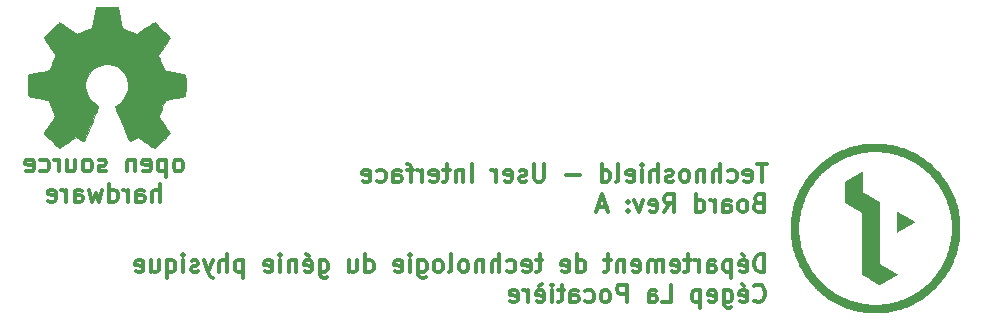
<source format=gbr>
G04 #@! TF.FileFunction,Legend,Bot*
%FSLAX46Y46*%
G04 Gerber Fmt 4.6, Leading zero omitted, Abs format (unit mm)*
G04 Created by KiCad (PCBNEW 4.0.5) date 05/03/17 08:17:14*
%MOMM*%
%LPD*%
G01*
G04 APERTURE LIST*
%ADD10C,0.100000*%
%ADD11C,0.300000*%
%ADD12C,0.010000*%
G04 APERTURE END LIST*
D10*
D11*
X126534856Y-54648571D02*
X126677714Y-54577143D01*
X126749142Y-54505714D01*
X126820571Y-54362857D01*
X126820571Y-53934286D01*
X126749142Y-53791429D01*
X126677714Y-53720000D01*
X126534856Y-53648571D01*
X126320571Y-53648571D01*
X126177714Y-53720000D01*
X126106285Y-53791429D01*
X126034856Y-53934286D01*
X126034856Y-54362857D01*
X126106285Y-54505714D01*
X126177714Y-54577143D01*
X126320571Y-54648571D01*
X126534856Y-54648571D01*
X125391999Y-53648571D02*
X125391999Y-55148571D01*
X125391999Y-53720000D02*
X125249142Y-53648571D01*
X124963428Y-53648571D01*
X124820571Y-53720000D01*
X124749142Y-53791429D01*
X124677713Y-53934286D01*
X124677713Y-54362857D01*
X124749142Y-54505714D01*
X124820571Y-54577143D01*
X124963428Y-54648571D01*
X125249142Y-54648571D01*
X125391999Y-54577143D01*
X123463428Y-54577143D02*
X123606285Y-54648571D01*
X123891999Y-54648571D01*
X124034856Y-54577143D01*
X124106285Y-54434286D01*
X124106285Y-53862857D01*
X124034856Y-53720000D01*
X123891999Y-53648571D01*
X123606285Y-53648571D01*
X123463428Y-53720000D01*
X123391999Y-53862857D01*
X123391999Y-54005714D01*
X124106285Y-54148571D01*
X122749142Y-53648571D02*
X122749142Y-54648571D01*
X122749142Y-53791429D02*
X122677714Y-53720000D01*
X122534856Y-53648571D01*
X122320571Y-53648571D01*
X122177714Y-53720000D01*
X122106285Y-53862857D01*
X122106285Y-54648571D01*
X120320571Y-54577143D02*
X120177714Y-54648571D01*
X119891999Y-54648571D01*
X119749142Y-54577143D01*
X119677714Y-54434286D01*
X119677714Y-54362857D01*
X119749142Y-54220000D01*
X119891999Y-54148571D01*
X120106285Y-54148571D01*
X120249142Y-54077143D01*
X120320571Y-53934286D01*
X120320571Y-53862857D01*
X120249142Y-53720000D01*
X120106285Y-53648571D01*
X119891999Y-53648571D01*
X119749142Y-53720000D01*
X118820570Y-54648571D02*
X118963428Y-54577143D01*
X119034856Y-54505714D01*
X119106285Y-54362857D01*
X119106285Y-53934286D01*
X119034856Y-53791429D01*
X118963428Y-53720000D01*
X118820570Y-53648571D01*
X118606285Y-53648571D01*
X118463428Y-53720000D01*
X118391999Y-53791429D01*
X118320570Y-53934286D01*
X118320570Y-54362857D01*
X118391999Y-54505714D01*
X118463428Y-54577143D01*
X118606285Y-54648571D01*
X118820570Y-54648571D01*
X117034856Y-53648571D02*
X117034856Y-54648571D01*
X117677713Y-53648571D02*
X117677713Y-54434286D01*
X117606285Y-54577143D01*
X117463427Y-54648571D01*
X117249142Y-54648571D01*
X117106285Y-54577143D01*
X117034856Y-54505714D01*
X116320570Y-54648571D02*
X116320570Y-53648571D01*
X116320570Y-53934286D02*
X116249142Y-53791429D01*
X116177713Y-53720000D01*
X116034856Y-53648571D01*
X115891999Y-53648571D01*
X114749142Y-54577143D02*
X114891999Y-54648571D01*
X115177713Y-54648571D01*
X115320571Y-54577143D01*
X115391999Y-54505714D01*
X115463428Y-54362857D01*
X115463428Y-53934286D01*
X115391999Y-53791429D01*
X115320571Y-53720000D01*
X115177713Y-53648571D01*
X114891999Y-53648571D01*
X114749142Y-53720000D01*
X113534857Y-54577143D02*
X113677714Y-54648571D01*
X113963428Y-54648571D01*
X114106285Y-54577143D01*
X114177714Y-54434286D01*
X114177714Y-53862857D01*
X114106285Y-53720000D01*
X113963428Y-53648571D01*
X113677714Y-53648571D01*
X113534857Y-53720000D01*
X113463428Y-53862857D01*
X113463428Y-54005714D01*
X114177714Y-54148571D01*
X124856285Y-57198571D02*
X124856285Y-55698571D01*
X124213428Y-57198571D02*
X124213428Y-56412857D01*
X124284857Y-56270000D01*
X124427714Y-56198571D01*
X124641999Y-56198571D01*
X124784857Y-56270000D01*
X124856285Y-56341429D01*
X122856285Y-57198571D02*
X122856285Y-56412857D01*
X122927714Y-56270000D01*
X123070571Y-56198571D01*
X123356285Y-56198571D01*
X123499142Y-56270000D01*
X122856285Y-57127143D02*
X122999142Y-57198571D01*
X123356285Y-57198571D01*
X123499142Y-57127143D01*
X123570571Y-56984286D01*
X123570571Y-56841429D01*
X123499142Y-56698571D01*
X123356285Y-56627143D01*
X122999142Y-56627143D01*
X122856285Y-56555714D01*
X122141999Y-57198571D02*
X122141999Y-56198571D01*
X122141999Y-56484286D02*
X122070571Y-56341429D01*
X121999142Y-56270000D01*
X121856285Y-56198571D01*
X121713428Y-56198571D01*
X120570571Y-57198571D02*
X120570571Y-55698571D01*
X120570571Y-57127143D02*
X120713428Y-57198571D01*
X120999142Y-57198571D01*
X121142000Y-57127143D01*
X121213428Y-57055714D01*
X121284857Y-56912857D01*
X121284857Y-56484286D01*
X121213428Y-56341429D01*
X121142000Y-56270000D01*
X120999142Y-56198571D01*
X120713428Y-56198571D01*
X120570571Y-56270000D01*
X119999142Y-56198571D02*
X119713428Y-57198571D01*
X119427714Y-56484286D01*
X119141999Y-57198571D01*
X118856285Y-56198571D01*
X117641999Y-57198571D02*
X117641999Y-56412857D01*
X117713428Y-56270000D01*
X117856285Y-56198571D01*
X118141999Y-56198571D01*
X118284856Y-56270000D01*
X117641999Y-57127143D02*
X117784856Y-57198571D01*
X118141999Y-57198571D01*
X118284856Y-57127143D01*
X118356285Y-56984286D01*
X118356285Y-56841429D01*
X118284856Y-56698571D01*
X118141999Y-56627143D01*
X117784856Y-56627143D01*
X117641999Y-56555714D01*
X116927713Y-57198571D02*
X116927713Y-56198571D01*
X116927713Y-56484286D02*
X116856285Y-56341429D01*
X116784856Y-56270000D01*
X116641999Y-56198571D01*
X116499142Y-56198571D01*
X115427714Y-57127143D02*
X115570571Y-57198571D01*
X115856285Y-57198571D01*
X115999142Y-57127143D01*
X116070571Y-56984286D01*
X116070571Y-56412857D01*
X115999142Y-56270000D01*
X115856285Y-56198571D01*
X115570571Y-56198571D01*
X115427714Y-56270000D01*
X115356285Y-56412857D01*
X115356285Y-56555714D01*
X116070571Y-56698571D01*
X176260143Y-54022571D02*
X175403000Y-54022571D01*
X175831571Y-55522571D02*
X175831571Y-54022571D01*
X174331572Y-55451143D02*
X174474429Y-55522571D01*
X174760143Y-55522571D01*
X174903000Y-55451143D01*
X174974429Y-55308286D01*
X174974429Y-54736857D01*
X174903000Y-54594000D01*
X174760143Y-54522571D01*
X174474429Y-54522571D01*
X174331572Y-54594000D01*
X174260143Y-54736857D01*
X174260143Y-54879714D01*
X174974429Y-55022571D01*
X172974429Y-55451143D02*
X173117286Y-55522571D01*
X173403000Y-55522571D01*
X173545858Y-55451143D01*
X173617286Y-55379714D01*
X173688715Y-55236857D01*
X173688715Y-54808286D01*
X173617286Y-54665429D01*
X173545858Y-54594000D01*
X173403000Y-54522571D01*
X173117286Y-54522571D01*
X172974429Y-54594000D01*
X172331572Y-55522571D02*
X172331572Y-54022571D01*
X171688715Y-55522571D02*
X171688715Y-54736857D01*
X171760144Y-54594000D01*
X171903001Y-54522571D01*
X172117286Y-54522571D01*
X172260144Y-54594000D01*
X172331572Y-54665429D01*
X170974429Y-54522571D02*
X170974429Y-55522571D01*
X170974429Y-54665429D02*
X170903001Y-54594000D01*
X170760143Y-54522571D01*
X170545858Y-54522571D01*
X170403001Y-54594000D01*
X170331572Y-54736857D01*
X170331572Y-55522571D01*
X169403000Y-55522571D02*
X169545858Y-55451143D01*
X169617286Y-55379714D01*
X169688715Y-55236857D01*
X169688715Y-54808286D01*
X169617286Y-54665429D01*
X169545858Y-54594000D01*
X169403000Y-54522571D01*
X169188715Y-54522571D01*
X169045858Y-54594000D01*
X168974429Y-54665429D01*
X168903000Y-54808286D01*
X168903000Y-55236857D01*
X168974429Y-55379714D01*
X169045858Y-55451143D01*
X169188715Y-55522571D01*
X169403000Y-55522571D01*
X168331572Y-55451143D02*
X168188715Y-55522571D01*
X167903000Y-55522571D01*
X167760143Y-55451143D01*
X167688715Y-55308286D01*
X167688715Y-55236857D01*
X167760143Y-55094000D01*
X167903000Y-55022571D01*
X168117286Y-55022571D01*
X168260143Y-54951143D01*
X168331572Y-54808286D01*
X168331572Y-54736857D01*
X168260143Y-54594000D01*
X168117286Y-54522571D01*
X167903000Y-54522571D01*
X167760143Y-54594000D01*
X167045857Y-55522571D02*
X167045857Y-54022571D01*
X166403000Y-55522571D02*
X166403000Y-54736857D01*
X166474429Y-54594000D01*
X166617286Y-54522571D01*
X166831571Y-54522571D01*
X166974429Y-54594000D01*
X167045857Y-54665429D01*
X165688714Y-55522571D02*
X165688714Y-54522571D01*
X165688714Y-54022571D02*
X165760143Y-54094000D01*
X165688714Y-54165429D01*
X165617286Y-54094000D01*
X165688714Y-54022571D01*
X165688714Y-54165429D01*
X164403000Y-55451143D02*
X164545857Y-55522571D01*
X164831571Y-55522571D01*
X164974428Y-55451143D01*
X165045857Y-55308286D01*
X165045857Y-54736857D01*
X164974428Y-54594000D01*
X164831571Y-54522571D01*
X164545857Y-54522571D01*
X164403000Y-54594000D01*
X164331571Y-54736857D01*
X164331571Y-54879714D01*
X165045857Y-55022571D01*
X163474428Y-55522571D02*
X163617286Y-55451143D01*
X163688714Y-55308286D01*
X163688714Y-54022571D01*
X162260143Y-55522571D02*
X162260143Y-54022571D01*
X162260143Y-55451143D02*
X162403000Y-55522571D01*
X162688714Y-55522571D01*
X162831572Y-55451143D01*
X162903000Y-55379714D01*
X162974429Y-55236857D01*
X162974429Y-54808286D01*
X162903000Y-54665429D01*
X162831572Y-54594000D01*
X162688714Y-54522571D01*
X162403000Y-54522571D01*
X162260143Y-54594000D01*
X160403000Y-54951143D02*
X159260143Y-54951143D01*
X157403000Y-54022571D02*
X157403000Y-55236857D01*
X157331572Y-55379714D01*
X157260143Y-55451143D01*
X157117286Y-55522571D01*
X156831572Y-55522571D01*
X156688714Y-55451143D01*
X156617286Y-55379714D01*
X156545857Y-55236857D01*
X156545857Y-54022571D01*
X155903000Y-55451143D02*
X155760143Y-55522571D01*
X155474428Y-55522571D01*
X155331571Y-55451143D01*
X155260143Y-55308286D01*
X155260143Y-55236857D01*
X155331571Y-55094000D01*
X155474428Y-55022571D01*
X155688714Y-55022571D01*
X155831571Y-54951143D01*
X155903000Y-54808286D01*
X155903000Y-54736857D01*
X155831571Y-54594000D01*
X155688714Y-54522571D01*
X155474428Y-54522571D01*
X155331571Y-54594000D01*
X154045857Y-55451143D02*
X154188714Y-55522571D01*
X154474428Y-55522571D01*
X154617285Y-55451143D01*
X154688714Y-55308286D01*
X154688714Y-54736857D01*
X154617285Y-54594000D01*
X154474428Y-54522571D01*
X154188714Y-54522571D01*
X154045857Y-54594000D01*
X153974428Y-54736857D01*
X153974428Y-54879714D01*
X154688714Y-55022571D01*
X153331571Y-55522571D02*
X153331571Y-54522571D01*
X153331571Y-54808286D02*
X153260143Y-54665429D01*
X153188714Y-54594000D01*
X153045857Y-54522571D01*
X152903000Y-54522571D01*
X151260143Y-55522571D02*
X151260143Y-54022571D01*
X150545857Y-54522571D02*
X150545857Y-55522571D01*
X150545857Y-54665429D02*
X150474429Y-54594000D01*
X150331571Y-54522571D01*
X150117286Y-54522571D01*
X149974429Y-54594000D01*
X149903000Y-54736857D01*
X149903000Y-55522571D01*
X149403000Y-54522571D02*
X148831571Y-54522571D01*
X149188714Y-54022571D02*
X149188714Y-55308286D01*
X149117286Y-55451143D01*
X148974428Y-55522571D01*
X148831571Y-55522571D01*
X147760143Y-55451143D02*
X147903000Y-55522571D01*
X148188714Y-55522571D01*
X148331571Y-55451143D01*
X148403000Y-55308286D01*
X148403000Y-54736857D01*
X148331571Y-54594000D01*
X148188714Y-54522571D01*
X147903000Y-54522571D01*
X147760143Y-54594000D01*
X147688714Y-54736857D01*
X147688714Y-54879714D01*
X148403000Y-55022571D01*
X147045857Y-55522571D02*
X147045857Y-54522571D01*
X147045857Y-54808286D02*
X146974429Y-54665429D01*
X146903000Y-54594000D01*
X146760143Y-54522571D01*
X146617286Y-54522571D01*
X146331572Y-54522571D02*
X145760143Y-54522571D01*
X146117286Y-55522571D02*
X146117286Y-54236857D01*
X146045858Y-54094000D01*
X145903000Y-54022571D01*
X145760143Y-54022571D01*
X144617286Y-55522571D02*
X144617286Y-54736857D01*
X144688715Y-54594000D01*
X144831572Y-54522571D01*
X145117286Y-54522571D01*
X145260143Y-54594000D01*
X144617286Y-55451143D02*
X144760143Y-55522571D01*
X145117286Y-55522571D01*
X145260143Y-55451143D01*
X145331572Y-55308286D01*
X145331572Y-55165429D01*
X145260143Y-55022571D01*
X145117286Y-54951143D01*
X144760143Y-54951143D01*
X144617286Y-54879714D01*
X143260143Y-55451143D02*
X143403000Y-55522571D01*
X143688714Y-55522571D01*
X143831572Y-55451143D01*
X143903000Y-55379714D01*
X143974429Y-55236857D01*
X143974429Y-54808286D01*
X143903000Y-54665429D01*
X143831572Y-54594000D01*
X143688714Y-54522571D01*
X143403000Y-54522571D01*
X143260143Y-54594000D01*
X142045858Y-55451143D02*
X142188715Y-55522571D01*
X142474429Y-55522571D01*
X142617286Y-55451143D01*
X142688715Y-55308286D01*
X142688715Y-54736857D01*
X142617286Y-54594000D01*
X142474429Y-54522571D01*
X142188715Y-54522571D01*
X142045858Y-54594000D01*
X141974429Y-54736857D01*
X141974429Y-54879714D01*
X142688715Y-55022571D01*
X175545857Y-57286857D02*
X175331571Y-57358286D01*
X175260143Y-57429714D01*
X175188714Y-57572571D01*
X175188714Y-57786857D01*
X175260143Y-57929714D01*
X175331571Y-58001143D01*
X175474429Y-58072571D01*
X176045857Y-58072571D01*
X176045857Y-56572571D01*
X175545857Y-56572571D01*
X175403000Y-56644000D01*
X175331571Y-56715429D01*
X175260143Y-56858286D01*
X175260143Y-57001143D01*
X175331571Y-57144000D01*
X175403000Y-57215429D01*
X175545857Y-57286857D01*
X176045857Y-57286857D01*
X174331571Y-58072571D02*
X174474429Y-58001143D01*
X174545857Y-57929714D01*
X174617286Y-57786857D01*
X174617286Y-57358286D01*
X174545857Y-57215429D01*
X174474429Y-57144000D01*
X174331571Y-57072571D01*
X174117286Y-57072571D01*
X173974429Y-57144000D01*
X173903000Y-57215429D01*
X173831571Y-57358286D01*
X173831571Y-57786857D01*
X173903000Y-57929714D01*
X173974429Y-58001143D01*
X174117286Y-58072571D01*
X174331571Y-58072571D01*
X172545857Y-58072571D02*
X172545857Y-57286857D01*
X172617286Y-57144000D01*
X172760143Y-57072571D01*
X173045857Y-57072571D01*
X173188714Y-57144000D01*
X172545857Y-58001143D02*
X172688714Y-58072571D01*
X173045857Y-58072571D01*
X173188714Y-58001143D01*
X173260143Y-57858286D01*
X173260143Y-57715429D01*
X173188714Y-57572571D01*
X173045857Y-57501143D01*
X172688714Y-57501143D01*
X172545857Y-57429714D01*
X171831571Y-58072571D02*
X171831571Y-57072571D01*
X171831571Y-57358286D02*
X171760143Y-57215429D01*
X171688714Y-57144000D01*
X171545857Y-57072571D01*
X171403000Y-57072571D01*
X170260143Y-58072571D02*
X170260143Y-56572571D01*
X170260143Y-58001143D02*
X170403000Y-58072571D01*
X170688714Y-58072571D01*
X170831572Y-58001143D01*
X170903000Y-57929714D01*
X170974429Y-57786857D01*
X170974429Y-57358286D01*
X170903000Y-57215429D01*
X170831572Y-57144000D01*
X170688714Y-57072571D01*
X170403000Y-57072571D01*
X170260143Y-57144000D01*
X167545857Y-58072571D02*
X168045857Y-57358286D01*
X168403000Y-58072571D02*
X168403000Y-56572571D01*
X167831572Y-56572571D01*
X167688714Y-56644000D01*
X167617286Y-56715429D01*
X167545857Y-56858286D01*
X167545857Y-57072571D01*
X167617286Y-57215429D01*
X167688714Y-57286857D01*
X167831572Y-57358286D01*
X168403000Y-57358286D01*
X166331572Y-58001143D02*
X166474429Y-58072571D01*
X166760143Y-58072571D01*
X166903000Y-58001143D01*
X166974429Y-57858286D01*
X166974429Y-57286857D01*
X166903000Y-57144000D01*
X166760143Y-57072571D01*
X166474429Y-57072571D01*
X166331572Y-57144000D01*
X166260143Y-57286857D01*
X166260143Y-57429714D01*
X166974429Y-57572571D01*
X165760143Y-57072571D02*
X165403000Y-58072571D01*
X165045858Y-57072571D01*
X164474429Y-57929714D02*
X164403001Y-58001143D01*
X164474429Y-58072571D01*
X164545858Y-58001143D01*
X164474429Y-57929714D01*
X164474429Y-58072571D01*
X164474429Y-57144000D02*
X164403001Y-57215429D01*
X164474429Y-57286857D01*
X164545858Y-57215429D01*
X164474429Y-57144000D01*
X164474429Y-57286857D01*
X162688715Y-57644000D02*
X161974429Y-57644000D01*
X162831572Y-58072571D02*
X162331572Y-56572571D01*
X161831572Y-58072571D01*
X176045857Y-63172571D02*
X176045857Y-61672571D01*
X175688714Y-61672571D01*
X175474429Y-61744000D01*
X175331571Y-61886857D01*
X175260143Y-62029714D01*
X175188714Y-62315429D01*
X175188714Y-62529714D01*
X175260143Y-62815429D01*
X175331571Y-62958286D01*
X175474429Y-63101143D01*
X175688714Y-63172571D01*
X176045857Y-63172571D01*
X173974429Y-63101143D02*
X174117286Y-63172571D01*
X174403000Y-63172571D01*
X174545857Y-63101143D01*
X174617286Y-62958286D01*
X174617286Y-62386857D01*
X174545857Y-62244000D01*
X174403000Y-62172571D01*
X174117286Y-62172571D01*
X173974429Y-62244000D01*
X173903000Y-62386857D01*
X173903000Y-62529714D01*
X174617286Y-62672571D01*
X174117286Y-61601143D02*
X174331571Y-61815429D01*
X173260143Y-62172571D02*
X173260143Y-63672571D01*
X173260143Y-62244000D02*
X173117286Y-62172571D01*
X172831572Y-62172571D01*
X172688715Y-62244000D01*
X172617286Y-62315429D01*
X172545857Y-62458286D01*
X172545857Y-62886857D01*
X172617286Y-63029714D01*
X172688715Y-63101143D01*
X172831572Y-63172571D01*
X173117286Y-63172571D01*
X173260143Y-63101143D01*
X171260143Y-63172571D02*
X171260143Y-62386857D01*
X171331572Y-62244000D01*
X171474429Y-62172571D01*
X171760143Y-62172571D01*
X171903000Y-62244000D01*
X171260143Y-63101143D02*
X171403000Y-63172571D01*
X171760143Y-63172571D01*
X171903000Y-63101143D01*
X171974429Y-62958286D01*
X171974429Y-62815429D01*
X171903000Y-62672571D01*
X171760143Y-62601143D01*
X171403000Y-62601143D01*
X171260143Y-62529714D01*
X170545857Y-63172571D02*
X170545857Y-62172571D01*
X170545857Y-62458286D02*
X170474429Y-62315429D01*
X170403000Y-62244000D01*
X170260143Y-62172571D01*
X170117286Y-62172571D01*
X169831572Y-62172571D02*
X169260143Y-62172571D01*
X169617286Y-61672571D02*
X169617286Y-62958286D01*
X169545858Y-63101143D01*
X169403000Y-63172571D01*
X169260143Y-63172571D01*
X168188715Y-63101143D02*
X168331572Y-63172571D01*
X168617286Y-63172571D01*
X168760143Y-63101143D01*
X168831572Y-62958286D01*
X168831572Y-62386857D01*
X168760143Y-62244000D01*
X168617286Y-62172571D01*
X168331572Y-62172571D01*
X168188715Y-62244000D01*
X168117286Y-62386857D01*
X168117286Y-62529714D01*
X168831572Y-62672571D01*
X167474429Y-63172571D02*
X167474429Y-62172571D01*
X167474429Y-62315429D02*
X167403001Y-62244000D01*
X167260143Y-62172571D01*
X167045858Y-62172571D01*
X166903001Y-62244000D01*
X166831572Y-62386857D01*
X166831572Y-63172571D01*
X166831572Y-62386857D02*
X166760143Y-62244000D01*
X166617286Y-62172571D01*
X166403001Y-62172571D01*
X166260143Y-62244000D01*
X166188715Y-62386857D01*
X166188715Y-63172571D01*
X164903001Y-63101143D02*
X165045858Y-63172571D01*
X165331572Y-63172571D01*
X165474429Y-63101143D01*
X165545858Y-62958286D01*
X165545858Y-62386857D01*
X165474429Y-62244000D01*
X165331572Y-62172571D01*
X165045858Y-62172571D01*
X164903001Y-62244000D01*
X164831572Y-62386857D01*
X164831572Y-62529714D01*
X165545858Y-62672571D01*
X164188715Y-62172571D02*
X164188715Y-63172571D01*
X164188715Y-62315429D02*
X164117287Y-62244000D01*
X163974429Y-62172571D01*
X163760144Y-62172571D01*
X163617287Y-62244000D01*
X163545858Y-62386857D01*
X163545858Y-63172571D01*
X163045858Y-62172571D02*
X162474429Y-62172571D01*
X162831572Y-61672571D02*
X162831572Y-62958286D01*
X162760144Y-63101143D01*
X162617286Y-63172571D01*
X162474429Y-63172571D01*
X160188715Y-63172571D02*
X160188715Y-61672571D01*
X160188715Y-63101143D02*
X160331572Y-63172571D01*
X160617286Y-63172571D01*
X160760144Y-63101143D01*
X160831572Y-63029714D01*
X160903001Y-62886857D01*
X160903001Y-62458286D01*
X160831572Y-62315429D01*
X160760144Y-62244000D01*
X160617286Y-62172571D01*
X160331572Y-62172571D01*
X160188715Y-62244000D01*
X158903001Y-63101143D02*
X159045858Y-63172571D01*
X159331572Y-63172571D01*
X159474429Y-63101143D01*
X159545858Y-62958286D01*
X159545858Y-62386857D01*
X159474429Y-62244000D01*
X159331572Y-62172571D01*
X159045858Y-62172571D01*
X158903001Y-62244000D01*
X158831572Y-62386857D01*
X158831572Y-62529714D01*
X159545858Y-62672571D01*
X157260144Y-62172571D02*
X156688715Y-62172571D01*
X157045858Y-61672571D02*
X157045858Y-62958286D01*
X156974430Y-63101143D01*
X156831572Y-63172571D01*
X156688715Y-63172571D01*
X155617287Y-63101143D02*
X155760144Y-63172571D01*
X156045858Y-63172571D01*
X156188715Y-63101143D01*
X156260144Y-62958286D01*
X156260144Y-62386857D01*
X156188715Y-62244000D01*
X156045858Y-62172571D01*
X155760144Y-62172571D01*
X155617287Y-62244000D01*
X155545858Y-62386857D01*
X155545858Y-62529714D01*
X156260144Y-62672571D01*
X154260144Y-63101143D02*
X154403001Y-63172571D01*
X154688715Y-63172571D01*
X154831573Y-63101143D01*
X154903001Y-63029714D01*
X154974430Y-62886857D01*
X154974430Y-62458286D01*
X154903001Y-62315429D01*
X154831573Y-62244000D01*
X154688715Y-62172571D01*
X154403001Y-62172571D01*
X154260144Y-62244000D01*
X153617287Y-63172571D02*
X153617287Y-61672571D01*
X152974430Y-63172571D02*
X152974430Y-62386857D01*
X153045859Y-62244000D01*
X153188716Y-62172571D01*
X153403001Y-62172571D01*
X153545859Y-62244000D01*
X153617287Y-62315429D01*
X152260144Y-62172571D02*
X152260144Y-63172571D01*
X152260144Y-62315429D02*
X152188716Y-62244000D01*
X152045858Y-62172571D01*
X151831573Y-62172571D01*
X151688716Y-62244000D01*
X151617287Y-62386857D01*
X151617287Y-63172571D01*
X150688715Y-63172571D02*
X150831573Y-63101143D01*
X150903001Y-63029714D01*
X150974430Y-62886857D01*
X150974430Y-62458286D01*
X150903001Y-62315429D01*
X150831573Y-62244000D01*
X150688715Y-62172571D01*
X150474430Y-62172571D01*
X150331573Y-62244000D01*
X150260144Y-62315429D01*
X150188715Y-62458286D01*
X150188715Y-62886857D01*
X150260144Y-63029714D01*
X150331573Y-63101143D01*
X150474430Y-63172571D01*
X150688715Y-63172571D01*
X149331572Y-63172571D02*
X149474430Y-63101143D01*
X149545858Y-62958286D01*
X149545858Y-61672571D01*
X148545858Y-63172571D02*
X148688716Y-63101143D01*
X148760144Y-63029714D01*
X148831573Y-62886857D01*
X148831573Y-62458286D01*
X148760144Y-62315429D01*
X148688716Y-62244000D01*
X148545858Y-62172571D01*
X148331573Y-62172571D01*
X148188716Y-62244000D01*
X148117287Y-62315429D01*
X148045858Y-62458286D01*
X148045858Y-62886857D01*
X148117287Y-63029714D01*
X148188716Y-63101143D01*
X148331573Y-63172571D01*
X148545858Y-63172571D01*
X146760144Y-62172571D02*
X146760144Y-63386857D01*
X146831573Y-63529714D01*
X146903001Y-63601143D01*
X147045858Y-63672571D01*
X147260144Y-63672571D01*
X147403001Y-63601143D01*
X146760144Y-63101143D02*
X146903001Y-63172571D01*
X147188715Y-63172571D01*
X147331573Y-63101143D01*
X147403001Y-63029714D01*
X147474430Y-62886857D01*
X147474430Y-62458286D01*
X147403001Y-62315429D01*
X147331573Y-62244000D01*
X147188715Y-62172571D01*
X146903001Y-62172571D01*
X146760144Y-62244000D01*
X146045858Y-63172571D02*
X146045858Y-62172571D01*
X146045858Y-61672571D02*
X146117287Y-61744000D01*
X146045858Y-61815429D01*
X145974430Y-61744000D01*
X146045858Y-61672571D01*
X146045858Y-61815429D01*
X144760144Y-63101143D02*
X144903001Y-63172571D01*
X145188715Y-63172571D01*
X145331572Y-63101143D01*
X145403001Y-62958286D01*
X145403001Y-62386857D01*
X145331572Y-62244000D01*
X145188715Y-62172571D01*
X144903001Y-62172571D01*
X144760144Y-62244000D01*
X144688715Y-62386857D01*
X144688715Y-62529714D01*
X145403001Y-62672571D01*
X142260144Y-63172571D02*
X142260144Y-61672571D01*
X142260144Y-63101143D02*
X142403001Y-63172571D01*
X142688715Y-63172571D01*
X142831573Y-63101143D01*
X142903001Y-63029714D01*
X142974430Y-62886857D01*
X142974430Y-62458286D01*
X142903001Y-62315429D01*
X142831573Y-62244000D01*
X142688715Y-62172571D01*
X142403001Y-62172571D01*
X142260144Y-62244000D01*
X140903001Y-62172571D02*
X140903001Y-63172571D01*
X141545858Y-62172571D02*
X141545858Y-62958286D01*
X141474430Y-63101143D01*
X141331572Y-63172571D01*
X141117287Y-63172571D01*
X140974430Y-63101143D01*
X140903001Y-63029714D01*
X138403001Y-62172571D02*
X138403001Y-63386857D01*
X138474430Y-63529714D01*
X138545858Y-63601143D01*
X138688715Y-63672571D01*
X138903001Y-63672571D01*
X139045858Y-63601143D01*
X138403001Y-63101143D02*
X138545858Y-63172571D01*
X138831572Y-63172571D01*
X138974430Y-63101143D01*
X139045858Y-63029714D01*
X139117287Y-62886857D01*
X139117287Y-62458286D01*
X139045858Y-62315429D01*
X138974430Y-62244000D01*
X138831572Y-62172571D01*
X138545858Y-62172571D01*
X138403001Y-62244000D01*
X137117287Y-63101143D02*
X137260144Y-63172571D01*
X137545858Y-63172571D01*
X137688715Y-63101143D01*
X137760144Y-62958286D01*
X137760144Y-62386857D01*
X137688715Y-62244000D01*
X137545858Y-62172571D01*
X137260144Y-62172571D01*
X137117287Y-62244000D01*
X137045858Y-62386857D01*
X137045858Y-62529714D01*
X137760144Y-62672571D01*
X137260144Y-61601143D02*
X137474429Y-61815429D01*
X136403001Y-62172571D02*
X136403001Y-63172571D01*
X136403001Y-62315429D02*
X136331573Y-62244000D01*
X136188715Y-62172571D01*
X135974430Y-62172571D01*
X135831573Y-62244000D01*
X135760144Y-62386857D01*
X135760144Y-63172571D01*
X135045858Y-63172571D02*
X135045858Y-62172571D01*
X135045858Y-61672571D02*
X135117287Y-61744000D01*
X135045858Y-61815429D01*
X134974430Y-61744000D01*
X135045858Y-61672571D01*
X135045858Y-61815429D01*
X133760144Y-63101143D02*
X133903001Y-63172571D01*
X134188715Y-63172571D01*
X134331572Y-63101143D01*
X134403001Y-62958286D01*
X134403001Y-62386857D01*
X134331572Y-62244000D01*
X134188715Y-62172571D01*
X133903001Y-62172571D01*
X133760144Y-62244000D01*
X133688715Y-62386857D01*
X133688715Y-62529714D01*
X134403001Y-62672571D01*
X131903001Y-62172571D02*
X131903001Y-63672571D01*
X131903001Y-62244000D02*
X131760144Y-62172571D01*
X131474430Y-62172571D01*
X131331573Y-62244000D01*
X131260144Y-62315429D01*
X131188715Y-62458286D01*
X131188715Y-62886857D01*
X131260144Y-63029714D01*
X131331573Y-63101143D01*
X131474430Y-63172571D01*
X131760144Y-63172571D01*
X131903001Y-63101143D01*
X130545858Y-63172571D02*
X130545858Y-61672571D01*
X129903001Y-63172571D02*
X129903001Y-62386857D01*
X129974430Y-62244000D01*
X130117287Y-62172571D01*
X130331572Y-62172571D01*
X130474430Y-62244000D01*
X130545858Y-62315429D01*
X129331572Y-62172571D02*
X128974429Y-63172571D01*
X128617287Y-62172571D02*
X128974429Y-63172571D01*
X129117287Y-63529714D01*
X129188715Y-63601143D01*
X129331572Y-63672571D01*
X128117287Y-63101143D02*
X127974430Y-63172571D01*
X127688715Y-63172571D01*
X127545858Y-63101143D01*
X127474430Y-62958286D01*
X127474430Y-62886857D01*
X127545858Y-62744000D01*
X127688715Y-62672571D01*
X127903001Y-62672571D01*
X128045858Y-62601143D01*
X128117287Y-62458286D01*
X128117287Y-62386857D01*
X128045858Y-62244000D01*
X127903001Y-62172571D01*
X127688715Y-62172571D01*
X127545858Y-62244000D01*
X126831572Y-63172571D02*
X126831572Y-62172571D01*
X126831572Y-61672571D02*
X126903001Y-61744000D01*
X126831572Y-61815429D01*
X126760144Y-61744000D01*
X126831572Y-61672571D01*
X126831572Y-61815429D01*
X125474429Y-62172571D02*
X125474429Y-63672571D01*
X125474429Y-63101143D02*
X125617286Y-63172571D01*
X125903000Y-63172571D01*
X126045858Y-63101143D01*
X126117286Y-63029714D01*
X126188715Y-62886857D01*
X126188715Y-62458286D01*
X126117286Y-62315429D01*
X126045858Y-62244000D01*
X125903000Y-62172571D01*
X125617286Y-62172571D01*
X125474429Y-62244000D01*
X124117286Y-62172571D02*
X124117286Y-63172571D01*
X124760143Y-62172571D02*
X124760143Y-62958286D01*
X124688715Y-63101143D01*
X124545857Y-63172571D01*
X124331572Y-63172571D01*
X124188715Y-63101143D01*
X124117286Y-63029714D01*
X122831572Y-63101143D02*
X122974429Y-63172571D01*
X123260143Y-63172571D01*
X123403000Y-63101143D01*
X123474429Y-62958286D01*
X123474429Y-62386857D01*
X123403000Y-62244000D01*
X123260143Y-62172571D01*
X122974429Y-62172571D01*
X122831572Y-62244000D01*
X122760143Y-62386857D01*
X122760143Y-62529714D01*
X123474429Y-62672571D01*
X175188714Y-65579714D02*
X175260143Y-65651143D01*
X175474429Y-65722571D01*
X175617286Y-65722571D01*
X175831571Y-65651143D01*
X175974429Y-65508286D01*
X176045857Y-65365429D01*
X176117286Y-65079714D01*
X176117286Y-64865429D01*
X176045857Y-64579714D01*
X175974429Y-64436857D01*
X175831571Y-64294000D01*
X175617286Y-64222571D01*
X175474429Y-64222571D01*
X175260143Y-64294000D01*
X175188714Y-64365429D01*
X173974429Y-65651143D02*
X174117286Y-65722571D01*
X174403000Y-65722571D01*
X174545857Y-65651143D01*
X174617286Y-65508286D01*
X174617286Y-64936857D01*
X174545857Y-64794000D01*
X174403000Y-64722571D01*
X174117286Y-64722571D01*
X173974429Y-64794000D01*
X173903000Y-64936857D01*
X173903000Y-65079714D01*
X174617286Y-65222571D01*
X174117286Y-64151143D02*
X174331571Y-64365429D01*
X172617286Y-64722571D02*
X172617286Y-65936857D01*
X172688715Y-66079714D01*
X172760143Y-66151143D01*
X172903000Y-66222571D01*
X173117286Y-66222571D01*
X173260143Y-66151143D01*
X172617286Y-65651143D02*
X172760143Y-65722571D01*
X173045857Y-65722571D01*
X173188715Y-65651143D01*
X173260143Y-65579714D01*
X173331572Y-65436857D01*
X173331572Y-65008286D01*
X173260143Y-64865429D01*
X173188715Y-64794000D01*
X173045857Y-64722571D01*
X172760143Y-64722571D01*
X172617286Y-64794000D01*
X171331572Y-65651143D02*
X171474429Y-65722571D01*
X171760143Y-65722571D01*
X171903000Y-65651143D01*
X171974429Y-65508286D01*
X171974429Y-64936857D01*
X171903000Y-64794000D01*
X171760143Y-64722571D01*
X171474429Y-64722571D01*
X171331572Y-64794000D01*
X171260143Y-64936857D01*
X171260143Y-65079714D01*
X171974429Y-65222571D01*
X170617286Y-64722571D02*
X170617286Y-66222571D01*
X170617286Y-64794000D02*
X170474429Y-64722571D01*
X170188715Y-64722571D01*
X170045858Y-64794000D01*
X169974429Y-64865429D01*
X169903000Y-65008286D01*
X169903000Y-65436857D01*
X169974429Y-65579714D01*
X170045858Y-65651143D01*
X170188715Y-65722571D01*
X170474429Y-65722571D01*
X170617286Y-65651143D01*
X167403000Y-65722571D02*
X168117286Y-65722571D01*
X168117286Y-64222571D01*
X166260143Y-65722571D02*
X166260143Y-64936857D01*
X166331572Y-64794000D01*
X166474429Y-64722571D01*
X166760143Y-64722571D01*
X166903000Y-64794000D01*
X166260143Y-65651143D02*
X166403000Y-65722571D01*
X166760143Y-65722571D01*
X166903000Y-65651143D01*
X166974429Y-65508286D01*
X166974429Y-65365429D01*
X166903000Y-65222571D01*
X166760143Y-65151143D01*
X166403000Y-65151143D01*
X166260143Y-65079714D01*
X164403000Y-65722571D02*
X164403000Y-64222571D01*
X163831572Y-64222571D01*
X163688714Y-64294000D01*
X163617286Y-64365429D01*
X163545857Y-64508286D01*
X163545857Y-64722571D01*
X163617286Y-64865429D01*
X163688714Y-64936857D01*
X163831572Y-65008286D01*
X164403000Y-65008286D01*
X162688714Y-65722571D02*
X162831572Y-65651143D01*
X162903000Y-65579714D01*
X162974429Y-65436857D01*
X162974429Y-65008286D01*
X162903000Y-64865429D01*
X162831572Y-64794000D01*
X162688714Y-64722571D01*
X162474429Y-64722571D01*
X162331572Y-64794000D01*
X162260143Y-64865429D01*
X162188714Y-65008286D01*
X162188714Y-65436857D01*
X162260143Y-65579714D01*
X162331572Y-65651143D01*
X162474429Y-65722571D01*
X162688714Y-65722571D01*
X160903000Y-65651143D02*
X161045857Y-65722571D01*
X161331571Y-65722571D01*
X161474429Y-65651143D01*
X161545857Y-65579714D01*
X161617286Y-65436857D01*
X161617286Y-65008286D01*
X161545857Y-64865429D01*
X161474429Y-64794000D01*
X161331571Y-64722571D01*
X161045857Y-64722571D01*
X160903000Y-64794000D01*
X159617286Y-65722571D02*
X159617286Y-64936857D01*
X159688715Y-64794000D01*
X159831572Y-64722571D01*
X160117286Y-64722571D01*
X160260143Y-64794000D01*
X159617286Y-65651143D02*
X159760143Y-65722571D01*
X160117286Y-65722571D01*
X160260143Y-65651143D01*
X160331572Y-65508286D01*
X160331572Y-65365429D01*
X160260143Y-65222571D01*
X160117286Y-65151143D01*
X159760143Y-65151143D01*
X159617286Y-65079714D01*
X159117286Y-64722571D02*
X158545857Y-64722571D01*
X158903000Y-64222571D02*
X158903000Y-65508286D01*
X158831572Y-65651143D01*
X158688714Y-65722571D01*
X158545857Y-65722571D01*
X158045857Y-65722571D02*
X158045857Y-64722571D01*
X158045857Y-64222571D02*
X158117286Y-64294000D01*
X158045857Y-64365429D01*
X157974429Y-64294000D01*
X158045857Y-64222571D01*
X158045857Y-64365429D01*
X156760143Y-65651143D02*
X156903000Y-65722571D01*
X157188714Y-65722571D01*
X157331571Y-65651143D01*
X157403000Y-65508286D01*
X157403000Y-64936857D01*
X157331571Y-64794000D01*
X157188714Y-64722571D01*
X156903000Y-64722571D01*
X156760143Y-64794000D01*
X156688714Y-64936857D01*
X156688714Y-65079714D01*
X157403000Y-65222571D01*
X157188714Y-64151143D02*
X156974428Y-64365429D01*
X156045857Y-65722571D02*
X156045857Y-64722571D01*
X156045857Y-65008286D02*
X155974429Y-64865429D01*
X155903000Y-64794000D01*
X155760143Y-64722571D01*
X155617286Y-64722571D01*
X154545858Y-65651143D02*
X154688715Y-65722571D01*
X154974429Y-65722571D01*
X155117286Y-65651143D01*
X155188715Y-65508286D01*
X155188715Y-64936857D01*
X155117286Y-64794000D01*
X154974429Y-64722571D01*
X154688715Y-64722571D01*
X154545858Y-64794000D01*
X154474429Y-64936857D01*
X154474429Y-65079714D01*
X155188715Y-65222571D01*
D12*
G36*
X119276197Y-41636640D02*
X119107324Y-42532427D01*
X118484204Y-42789298D01*
X117861084Y-43046168D01*
X117113547Y-42537849D01*
X116904198Y-42396316D01*
X116714957Y-42269945D01*
X116554657Y-42164507D01*
X116432126Y-42085770D01*
X116356198Y-42039505D01*
X116335520Y-42029529D01*
X116298269Y-42055186D01*
X116218668Y-42126115D01*
X116105639Y-42233257D01*
X115968105Y-42367550D01*
X115814988Y-42519934D01*
X115655211Y-42681347D01*
X115497695Y-42842730D01*
X115351363Y-42995022D01*
X115225137Y-43129162D01*
X115127940Y-43236089D01*
X115068693Y-43306742D01*
X115054529Y-43330388D01*
X115074913Y-43373979D01*
X115132059Y-43469481D01*
X115219959Y-43607550D01*
X115332604Y-43778845D01*
X115463987Y-43974025D01*
X115540118Y-44085352D01*
X115678882Y-44288633D01*
X115802189Y-44472073D01*
X115904055Y-44626542D01*
X115978499Y-44742909D01*
X116019539Y-44812042D01*
X116025706Y-44826570D01*
X116011726Y-44867860D01*
X115973618Y-44964092D01*
X115917133Y-45101734D01*
X115848020Y-45267258D01*
X115772030Y-45447132D01*
X115694911Y-45627828D01*
X115622415Y-45795814D01*
X115560291Y-45937560D01*
X115514288Y-46039537D01*
X115490157Y-46088214D01*
X115488733Y-46090130D01*
X115450842Y-46099425D01*
X115349931Y-46120160D01*
X115196460Y-46150298D01*
X115000888Y-46187801D01*
X114773675Y-46230629D01*
X114641109Y-46255326D01*
X114398321Y-46301553D01*
X114179026Y-46345540D01*
X113994319Y-46384881D01*
X113855295Y-46417169D01*
X113773048Y-46439997D01*
X113756515Y-46447240D01*
X113740322Y-46496261D01*
X113727256Y-46606977D01*
X113717309Y-46766438D01*
X113710472Y-46961700D01*
X113706736Y-47179814D01*
X113706093Y-47407835D01*
X113708532Y-47632815D01*
X113714047Y-47841809D01*
X113722626Y-48021868D01*
X113734263Y-48160047D01*
X113748948Y-48243398D01*
X113757755Y-48260750D01*
X113810401Y-48281548D01*
X113921957Y-48311282D01*
X114077665Y-48346459D01*
X114262771Y-48383586D01*
X114327387Y-48395597D01*
X114638929Y-48452662D01*
X114885024Y-48498618D01*
X115073805Y-48535293D01*
X115213402Y-48564513D01*
X115311948Y-48588104D01*
X115377574Y-48607892D01*
X115418411Y-48625706D01*
X115442591Y-48643370D01*
X115445974Y-48646861D01*
X115479745Y-48703100D01*
X115531263Y-48812547D01*
X115595383Y-48961800D01*
X115666961Y-49137459D01*
X115740854Y-49326121D01*
X115811917Y-49514385D01*
X115875007Y-49688848D01*
X115924979Y-49836108D01*
X115956688Y-49942764D01*
X115964992Y-49995413D01*
X115964300Y-49997257D01*
X115936164Y-50040292D01*
X115872335Y-50134978D01*
X115779520Y-50271460D01*
X115664427Y-50439882D01*
X115533763Y-50630390D01*
X115496552Y-50684529D01*
X115363871Y-50880804D01*
X115247117Y-51059886D01*
X115152651Y-51211492D01*
X115086832Y-51325338D01*
X115056022Y-51391141D01*
X115054529Y-51399225D01*
X115080416Y-51441715D01*
X115151946Y-51525891D01*
X115259924Y-51642705D01*
X115395154Y-51783110D01*
X115548442Y-51938061D01*
X115710591Y-52098509D01*
X115872407Y-52255409D01*
X116024694Y-52399713D01*
X116158257Y-52522376D01*
X116263900Y-52614350D01*
X116332428Y-52666589D01*
X116351386Y-52675118D01*
X116395513Y-52655029D01*
X116485858Y-52600849D01*
X116607705Y-52521704D01*
X116701454Y-52458001D01*
X116871322Y-52341110D01*
X117072488Y-52203476D01*
X117274267Y-52066063D01*
X117382750Y-51992519D01*
X117749942Y-51744155D01*
X118058174Y-51910813D01*
X118198596Y-51983822D01*
X118318004Y-52040571D01*
X118398798Y-52072937D01*
X118419364Y-52077441D01*
X118444094Y-52044189D01*
X118492882Y-51950224D01*
X118562087Y-51804213D01*
X118648065Y-51614824D01*
X118747176Y-51390724D01*
X118855776Y-51140581D01*
X118970225Y-50873063D01*
X119086880Y-50596836D01*
X119202099Y-50320568D01*
X119312240Y-50052927D01*
X119413661Y-49802580D01*
X119502720Y-49578195D01*
X119575775Y-49388439D01*
X119629184Y-49241980D01*
X119659305Y-49147485D01*
X119664149Y-49115031D01*
X119625755Y-49073636D01*
X119541692Y-49006438D01*
X119429533Y-48927400D01*
X119420119Y-48921147D01*
X119130232Y-48689103D01*
X118896488Y-48418386D01*
X118720913Y-48117653D01*
X118605531Y-47795561D01*
X118552370Y-47460765D01*
X118563453Y-47121922D01*
X118640808Y-46787688D01*
X118786460Y-46466719D01*
X118829312Y-46396495D01*
X119052198Y-46112927D01*
X119315509Y-45885218D01*
X119610135Y-45714551D01*
X119926959Y-45602112D01*
X120256870Y-45549083D01*
X120590754Y-45556651D01*
X120919497Y-45625998D01*
X121233986Y-45758309D01*
X121525107Y-45954768D01*
X121615160Y-46034506D01*
X121844347Y-46284108D01*
X122011354Y-46546868D01*
X122125915Y-46841399D01*
X122189719Y-47133075D01*
X122205470Y-47461012D01*
X122152949Y-47790577D01*
X122037490Y-48110630D01*
X121864429Y-48410032D01*
X121639101Y-48677643D01*
X121366840Y-48902325D01*
X121331058Y-48926008D01*
X121217698Y-49003568D01*
X121131522Y-49070768D01*
X121090323Y-49113675D01*
X121089724Y-49115031D01*
X121098569Y-49161446D01*
X121133631Y-49266786D01*
X121191267Y-49422388D01*
X121267834Y-49619584D01*
X121359686Y-49849710D01*
X121463183Y-50104101D01*
X121574679Y-50374090D01*
X121690532Y-50651012D01*
X121807097Y-50926201D01*
X121920733Y-51190993D01*
X122027794Y-51436721D01*
X122124638Y-51654721D01*
X122207621Y-51836326D01*
X122273099Y-51972871D01*
X122317431Y-52055690D01*
X122335283Y-52077441D01*
X122389834Y-52060504D01*
X122491905Y-52015077D01*
X122623895Y-51949280D01*
X122696474Y-51910813D01*
X123004705Y-51744155D01*
X123371897Y-51992519D01*
X123559340Y-52119754D01*
X123764557Y-52259773D01*
X123956867Y-52391612D01*
X124053193Y-52458001D01*
X124188673Y-52548976D01*
X124303393Y-52621071D01*
X124382388Y-52665154D01*
X124408046Y-52674473D01*
X124445391Y-52649334D01*
X124528042Y-52579154D01*
X124647985Y-52471220D01*
X124797209Y-52332818D01*
X124967699Y-52171235D01*
X125075526Y-52067488D01*
X125264172Y-51882135D01*
X125427205Y-51716351D01*
X125558032Y-51577227D01*
X125650065Y-51471856D01*
X125696713Y-51407329D01*
X125701188Y-51394234D01*
X125680420Y-51344425D01*
X125623031Y-51243713D01*
X125535387Y-51102295D01*
X125423854Y-50930367D01*
X125294797Y-50738124D01*
X125258096Y-50684529D01*
X125124368Y-50489733D01*
X125004393Y-50314353D01*
X124904879Y-50168243D01*
X124832533Y-50061258D01*
X124794064Y-50003255D01*
X124790347Y-49997257D01*
X124795905Y-49951032D01*
X124825407Y-49849398D01*
X124873709Y-49705758D01*
X124935667Y-49533514D01*
X125006137Y-49346066D01*
X125079975Y-49156818D01*
X125152037Y-48979171D01*
X125217178Y-48826527D01*
X125270255Y-48712288D01*
X125306123Y-48649856D01*
X125308673Y-48646861D01*
X125330606Y-48629019D01*
X125367652Y-48611374D01*
X125427941Y-48592101D01*
X125519604Y-48569374D01*
X125650774Y-48541364D01*
X125829582Y-48506247D01*
X126064158Y-48462195D01*
X126362635Y-48407382D01*
X126427260Y-48395597D01*
X126618794Y-48358591D01*
X126785769Y-48322389D01*
X126913432Y-48290485D01*
X126987024Y-48266372D01*
X126996892Y-48260750D01*
X127013153Y-48210910D01*
X127026370Y-48099532D01*
X127036536Y-47939563D01*
X127043640Y-47743950D01*
X127047674Y-47525640D01*
X127048630Y-47297579D01*
X127046498Y-47072714D01*
X127041269Y-46863991D01*
X127032935Y-46684358D01*
X127021487Y-46546762D01*
X127006916Y-46464148D01*
X126998132Y-46447240D01*
X126949230Y-46430184D01*
X126837873Y-46402436D01*
X126675156Y-46366403D01*
X126472174Y-46324493D01*
X126240021Y-46279111D01*
X126113538Y-46255326D01*
X125873555Y-46210465D01*
X125659549Y-46169825D01*
X125481978Y-46135446D01*
X125351302Y-46109365D01*
X125277982Y-46093621D01*
X125265915Y-46090130D01*
X125245519Y-46050779D01*
X125202406Y-45955993D01*
X125142321Y-45819315D01*
X125071013Y-45654286D01*
X124994227Y-45474447D01*
X124917710Y-45293340D01*
X124847210Y-45124507D01*
X124788473Y-44981488D01*
X124747246Y-44877826D01*
X124729276Y-44827061D01*
X124728941Y-44824842D01*
X124749313Y-44784796D01*
X124806427Y-44692639D01*
X124894279Y-44557533D01*
X125006867Y-44388635D01*
X125138189Y-44195105D01*
X125214529Y-44083941D01*
X125353636Y-43880116D01*
X125477188Y-43695063D01*
X125579158Y-43538146D01*
X125653517Y-43418724D01*
X125694237Y-43346160D01*
X125700118Y-43329893D01*
X125674837Y-43292030D01*
X125604948Y-43211186D01*
X125499377Y-43096419D01*
X125367052Y-42956785D01*
X125216901Y-42801342D01*
X125057852Y-42639146D01*
X124898833Y-42479254D01*
X124748771Y-42330724D01*
X124616594Y-42202613D01*
X124511230Y-42103977D01*
X124441607Y-42043873D01*
X124418315Y-42029529D01*
X124380390Y-42049699D01*
X124289683Y-42106363D01*
X124155011Y-42193753D01*
X123985195Y-42306100D01*
X123789054Y-42437638D01*
X123641100Y-42537849D01*
X122893564Y-43046168D01*
X122270444Y-42789298D01*
X121647324Y-42532427D01*
X121309576Y-40740853D01*
X119445071Y-40740853D01*
X119276197Y-41636640D01*
X119276197Y-41636640D01*
G37*
X119276197Y-41636640D02*
X119107324Y-42532427D01*
X118484204Y-42789298D01*
X117861084Y-43046168D01*
X117113547Y-42537849D01*
X116904198Y-42396316D01*
X116714957Y-42269945D01*
X116554657Y-42164507D01*
X116432126Y-42085770D01*
X116356198Y-42039505D01*
X116335520Y-42029529D01*
X116298269Y-42055186D01*
X116218668Y-42126115D01*
X116105639Y-42233257D01*
X115968105Y-42367550D01*
X115814988Y-42519934D01*
X115655211Y-42681347D01*
X115497695Y-42842730D01*
X115351363Y-42995022D01*
X115225137Y-43129162D01*
X115127940Y-43236089D01*
X115068693Y-43306742D01*
X115054529Y-43330388D01*
X115074913Y-43373979D01*
X115132059Y-43469481D01*
X115219959Y-43607550D01*
X115332604Y-43778845D01*
X115463987Y-43974025D01*
X115540118Y-44085352D01*
X115678882Y-44288633D01*
X115802189Y-44472073D01*
X115904055Y-44626542D01*
X115978499Y-44742909D01*
X116019539Y-44812042D01*
X116025706Y-44826570D01*
X116011726Y-44867860D01*
X115973618Y-44964092D01*
X115917133Y-45101734D01*
X115848020Y-45267258D01*
X115772030Y-45447132D01*
X115694911Y-45627828D01*
X115622415Y-45795814D01*
X115560291Y-45937560D01*
X115514288Y-46039537D01*
X115490157Y-46088214D01*
X115488733Y-46090130D01*
X115450842Y-46099425D01*
X115349931Y-46120160D01*
X115196460Y-46150298D01*
X115000888Y-46187801D01*
X114773675Y-46230629D01*
X114641109Y-46255326D01*
X114398321Y-46301553D01*
X114179026Y-46345540D01*
X113994319Y-46384881D01*
X113855295Y-46417169D01*
X113773048Y-46439997D01*
X113756515Y-46447240D01*
X113740322Y-46496261D01*
X113727256Y-46606977D01*
X113717309Y-46766438D01*
X113710472Y-46961700D01*
X113706736Y-47179814D01*
X113706093Y-47407835D01*
X113708532Y-47632815D01*
X113714047Y-47841809D01*
X113722626Y-48021868D01*
X113734263Y-48160047D01*
X113748948Y-48243398D01*
X113757755Y-48260750D01*
X113810401Y-48281548D01*
X113921957Y-48311282D01*
X114077665Y-48346459D01*
X114262771Y-48383586D01*
X114327387Y-48395597D01*
X114638929Y-48452662D01*
X114885024Y-48498618D01*
X115073805Y-48535293D01*
X115213402Y-48564513D01*
X115311948Y-48588104D01*
X115377574Y-48607892D01*
X115418411Y-48625706D01*
X115442591Y-48643370D01*
X115445974Y-48646861D01*
X115479745Y-48703100D01*
X115531263Y-48812547D01*
X115595383Y-48961800D01*
X115666961Y-49137459D01*
X115740854Y-49326121D01*
X115811917Y-49514385D01*
X115875007Y-49688848D01*
X115924979Y-49836108D01*
X115956688Y-49942764D01*
X115964992Y-49995413D01*
X115964300Y-49997257D01*
X115936164Y-50040292D01*
X115872335Y-50134978D01*
X115779520Y-50271460D01*
X115664427Y-50439882D01*
X115533763Y-50630390D01*
X115496552Y-50684529D01*
X115363871Y-50880804D01*
X115247117Y-51059886D01*
X115152651Y-51211492D01*
X115086832Y-51325338D01*
X115056022Y-51391141D01*
X115054529Y-51399225D01*
X115080416Y-51441715D01*
X115151946Y-51525891D01*
X115259924Y-51642705D01*
X115395154Y-51783110D01*
X115548442Y-51938061D01*
X115710591Y-52098509D01*
X115872407Y-52255409D01*
X116024694Y-52399713D01*
X116158257Y-52522376D01*
X116263900Y-52614350D01*
X116332428Y-52666589D01*
X116351386Y-52675118D01*
X116395513Y-52655029D01*
X116485858Y-52600849D01*
X116607705Y-52521704D01*
X116701454Y-52458001D01*
X116871322Y-52341110D01*
X117072488Y-52203476D01*
X117274267Y-52066063D01*
X117382750Y-51992519D01*
X117749942Y-51744155D01*
X118058174Y-51910813D01*
X118198596Y-51983822D01*
X118318004Y-52040571D01*
X118398798Y-52072937D01*
X118419364Y-52077441D01*
X118444094Y-52044189D01*
X118492882Y-51950224D01*
X118562087Y-51804213D01*
X118648065Y-51614824D01*
X118747176Y-51390724D01*
X118855776Y-51140581D01*
X118970225Y-50873063D01*
X119086880Y-50596836D01*
X119202099Y-50320568D01*
X119312240Y-50052927D01*
X119413661Y-49802580D01*
X119502720Y-49578195D01*
X119575775Y-49388439D01*
X119629184Y-49241980D01*
X119659305Y-49147485D01*
X119664149Y-49115031D01*
X119625755Y-49073636D01*
X119541692Y-49006438D01*
X119429533Y-48927400D01*
X119420119Y-48921147D01*
X119130232Y-48689103D01*
X118896488Y-48418386D01*
X118720913Y-48117653D01*
X118605531Y-47795561D01*
X118552370Y-47460765D01*
X118563453Y-47121922D01*
X118640808Y-46787688D01*
X118786460Y-46466719D01*
X118829312Y-46396495D01*
X119052198Y-46112927D01*
X119315509Y-45885218D01*
X119610135Y-45714551D01*
X119926959Y-45602112D01*
X120256870Y-45549083D01*
X120590754Y-45556651D01*
X120919497Y-45625998D01*
X121233986Y-45758309D01*
X121525107Y-45954768D01*
X121615160Y-46034506D01*
X121844347Y-46284108D01*
X122011354Y-46546868D01*
X122125915Y-46841399D01*
X122189719Y-47133075D01*
X122205470Y-47461012D01*
X122152949Y-47790577D01*
X122037490Y-48110630D01*
X121864429Y-48410032D01*
X121639101Y-48677643D01*
X121366840Y-48902325D01*
X121331058Y-48926008D01*
X121217698Y-49003568D01*
X121131522Y-49070768D01*
X121090323Y-49113675D01*
X121089724Y-49115031D01*
X121098569Y-49161446D01*
X121133631Y-49266786D01*
X121191267Y-49422388D01*
X121267834Y-49619584D01*
X121359686Y-49849710D01*
X121463183Y-50104101D01*
X121574679Y-50374090D01*
X121690532Y-50651012D01*
X121807097Y-50926201D01*
X121920733Y-51190993D01*
X122027794Y-51436721D01*
X122124638Y-51654721D01*
X122207621Y-51836326D01*
X122273099Y-51972871D01*
X122317431Y-52055690D01*
X122335283Y-52077441D01*
X122389834Y-52060504D01*
X122491905Y-52015077D01*
X122623895Y-51949280D01*
X122696474Y-51910813D01*
X123004705Y-51744155D01*
X123371897Y-51992519D01*
X123559340Y-52119754D01*
X123764557Y-52259773D01*
X123956867Y-52391612D01*
X124053193Y-52458001D01*
X124188673Y-52548976D01*
X124303393Y-52621071D01*
X124382388Y-52665154D01*
X124408046Y-52674473D01*
X124445391Y-52649334D01*
X124528042Y-52579154D01*
X124647985Y-52471220D01*
X124797209Y-52332818D01*
X124967699Y-52171235D01*
X125075526Y-52067488D01*
X125264172Y-51882135D01*
X125427205Y-51716351D01*
X125558032Y-51577227D01*
X125650065Y-51471856D01*
X125696713Y-51407329D01*
X125701188Y-51394234D01*
X125680420Y-51344425D01*
X125623031Y-51243713D01*
X125535387Y-51102295D01*
X125423854Y-50930367D01*
X125294797Y-50738124D01*
X125258096Y-50684529D01*
X125124368Y-50489733D01*
X125004393Y-50314353D01*
X124904879Y-50168243D01*
X124832533Y-50061258D01*
X124794064Y-50003255D01*
X124790347Y-49997257D01*
X124795905Y-49951032D01*
X124825407Y-49849398D01*
X124873709Y-49705758D01*
X124935667Y-49533514D01*
X125006137Y-49346066D01*
X125079975Y-49156818D01*
X125152037Y-48979171D01*
X125217178Y-48826527D01*
X125270255Y-48712288D01*
X125306123Y-48649856D01*
X125308673Y-48646861D01*
X125330606Y-48629019D01*
X125367652Y-48611374D01*
X125427941Y-48592101D01*
X125519604Y-48569374D01*
X125650774Y-48541364D01*
X125829582Y-48506247D01*
X126064158Y-48462195D01*
X126362635Y-48407382D01*
X126427260Y-48395597D01*
X126618794Y-48358591D01*
X126785769Y-48322389D01*
X126913432Y-48290485D01*
X126987024Y-48266372D01*
X126996892Y-48260750D01*
X127013153Y-48210910D01*
X127026370Y-48099532D01*
X127036536Y-47939563D01*
X127043640Y-47743950D01*
X127047674Y-47525640D01*
X127048630Y-47297579D01*
X127046498Y-47072714D01*
X127041269Y-46863991D01*
X127032935Y-46684358D01*
X127021487Y-46546762D01*
X127006916Y-46464148D01*
X126998132Y-46447240D01*
X126949230Y-46430184D01*
X126837873Y-46402436D01*
X126675156Y-46366403D01*
X126472174Y-46324493D01*
X126240021Y-46279111D01*
X126113538Y-46255326D01*
X125873555Y-46210465D01*
X125659549Y-46169825D01*
X125481978Y-46135446D01*
X125351302Y-46109365D01*
X125277982Y-46093621D01*
X125265915Y-46090130D01*
X125245519Y-46050779D01*
X125202406Y-45955993D01*
X125142321Y-45819315D01*
X125071013Y-45654286D01*
X124994227Y-45474447D01*
X124917710Y-45293340D01*
X124847210Y-45124507D01*
X124788473Y-44981488D01*
X124747246Y-44877826D01*
X124729276Y-44827061D01*
X124728941Y-44824842D01*
X124749313Y-44784796D01*
X124806427Y-44692639D01*
X124894279Y-44557533D01*
X125006867Y-44388635D01*
X125138189Y-44195105D01*
X125214529Y-44083941D01*
X125353636Y-43880116D01*
X125477188Y-43695063D01*
X125579158Y-43538146D01*
X125653517Y-43418724D01*
X125694237Y-43346160D01*
X125700118Y-43329893D01*
X125674837Y-43292030D01*
X125604948Y-43211186D01*
X125499377Y-43096419D01*
X125367052Y-42956785D01*
X125216901Y-42801342D01*
X125057852Y-42639146D01*
X124898833Y-42479254D01*
X124748771Y-42330724D01*
X124616594Y-42202613D01*
X124511230Y-42103977D01*
X124441607Y-42043873D01*
X124418315Y-42029529D01*
X124380390Y-42049699D01*
X124289683Y-42106363D01*
X124155011Y-42193753D01*
X123985195Y-42306100D01*
X123789054Y-42437638D01*
X123641100Y-42537849D01*
X122893564Y-43046168D01*
X122270444Y-42789298D01*
X121647324Y-42532427D01*
X121309576Y-40740853D01*
X119445071Y-40740853D01*
X119276197Y-41636640D01*
G36*
X185324777Y-52296562D02*
X185231060Y-52298014D01*
X185140444Y-52300503D01*
X185051983Y-52304081D01*
X184964731Y-52308799D01*
X184877740Y-52314709D01*
X184790066Y-52321862D01*
X184700761Y-52330310D01*
X184608880Y-52340104D01*
X184603390Y-52340722D01*
X184415105Y-52364490D01*
X184228057Y-52393165D01*
X184042320Y-52426706D01*
X183857971Y-52465076D01*
X183675085Y-52508233D01*
X183493737Y-52556140D01*
X183314005Y-52608757D01*
X183135962Y-52666044D01*
X182959685Y-52727962D01*
X182785249Y-52794472D01*
X182612731Y-52865535D01*
X182442204Y-52941110D01*
X182273746Y-53021160D01*
X182107432Y-53105645D01*
X181943337Y-53194524D01*
X181781538Y-53287760D01*
X181622108Y-53385313D01*
X181465126Y-53487143D01*
X181310665Y-53593211D01*
X181158801Y-53703478D01*
X181009611Y-53817904D01*
X180863169Y-53936450D01*
X180719552Y-54059078D01*
X180578834Y-54185747D01*
X180441093Y-54316418D01*
X180306402Y-54451052D01*
X180174838Y-54589610D01*
X180083668Y-54690010D01*
X179958290Y-54834434D01*
X179837096Y-54981697D01*
X179720119Y-55131751D01*
X179607389Y-55284545D01*
X179498939Y-55440031D01*
X179394799Y-55598160D01*
X179295000Y-55758882D01*
X179199574Y-55922148D01*
X179108552Y-56087910D01*
X179021965Y-56256118D01*
X178939845Y-56426724D01*
X178862223Y-56599677D01*
X178851654Y-56624220D01*
X178780051Y-56797806D01*
X178713100Y-56973370D01*
X178650833Y-57150777D01*
X178593280Y-57329895D01*
X178540473Y-57510591D01*
X178492443Y-57692733D01*
X178449221Y-57876188D01*
X178410838Y-58060823D01*
X178377325Y-58246505D01*
X178348714Y-58433102D01*
X178325035Y-58620482D01*
X178306319Y-58808510D01*
X178292597Y-58997055D01*
X178291518Y-59015630D01*
X178289705Y-59048117D01*
X178288132Y-59077680D01*
X178286778Y-59105044D01*
X178285621Y-59130938D01*
X178284640Y-59156089D01*
X178283813Y-59181226D01*
X178283119Y-59207076D01*
X178282534Y-59234367D01*
X178282039Y-59263827D01*
X178281610Y-59296183D01*
X178281227Y-59332164D01*
X178280867Y-59372497D01*
X178280867Y-59372500D01*
X178280763Y-59505802D01*
X178282743Y-59635368D01*
X178286867Y-59762121D01*
X178293197Y-59886983D01*
X178301792Y-60010877D01*
X178312714Y-60134728D01*
X178326023Y-60259457D01*
X178341779Y-60385988D01*
X178352472Y-60463430D01*
X178381838Y-60651011D01*
X178416096Y-60837281D01*
X178455210Y-61022163D01*
X178499145Y-61205581D01*
X178547865Y-61387460D01*
X178601335Y-61567725D01*
X178659519Y-61746299D01*
X178722381Y-61923107D01*
X178789887Y-62098073D01*
X178862001Y-62271122D01*
X178938687Y-62442178D01*
X179019909Y-62611166D01*
X179105633Y-62778009D01*
X179195823Y-62942632D01*
X179290442Y-63104960D01*
X179389457Y-63264916D01*
X179492831Y-63422426D01*
X179600528Y-63577413D01*
X179712514Y-63729802D01*
X179828753Y-63879518D01*
X179949208Y-64026484D01*
X180073846Y-64170625D01*
X180112439Y-64213740D01*
X180158712Y-64264336D01*
X180208315Y-64317307D01*
X180260538Y-64371942D01*
X180314673Y-64427533D01*
X180370011Y-64483372D01*
X180425844Y-64538750D01*
X180481463Y-64592957D01*
X180536159Y-64645286D01*
X180589223Y-64695027D01*
X180639947Y-64741472D01*
X180642260Y-64743561D01*
X180785247Y-64869205D01*
X180931154Y-64990748D01*
X181079901Y-65108146D01*
X181231406Y-65221359D01*
X181385589Y-65330343D01*
X181542368Y-65435057D01*
X181701663Y-65535458D01*
X181863392Y-65631505D01*
X182027474Y-65723154D01*
X182193828Y-65810364D01*
X182362374Y-65893092D01*
X182533030Y-65971296D01*
X182705715Y-66044935D01*
X182880347Y-66113966D01*
X183056847Y-66178346D01*
X183235133Y-66238034D01*
X183415123Y-66292987D01*
X183596737Y-66343163D01*
X183779894Y-66388520D01*
X183819800Y-66397715D01*
X183994609Y-66435217D01*
X184169377Y-66468206D01*
X184344545Y-66496738D01*
X184520553Y-66520867D01*
X184697842Y-66540651D01*
X184876853Y-66556146D01*
X185058025Y-66567406D01*
X185204100Y-66573380D01*
X185219597Y-66573777D01*
X185239374Y-66574135D01*
X185262801Y-66574450D01*
X185289248Y-66574723D01*
X185318083Y-66574952D01*
X185348674Y-66575136D01*
X185380392Y-66575273D01*
X185412605Y-66575361D01*
X185444681Y-66575400D01*
X185475990Y-66575389D01*
X185505901Y-66575325D01*
X185533783Y-66575208D01*
X185559004Y-66575037D01*
X185580934Y-66574809D01*
X185598941Y-66574524D01*
X185610500Y-66574241D01*
X185705404Y-66570881D01*
X185796271Y-66566746D01*
X185884096Y-66561768D01*
X185969875Y-66555880D01*
X186054601Y-66549014D01*
X186139268Y-66541105D01*
X186208670Y-66533867D01*
X186397142Y-66510797D01*
X186584608Y-66482787D01*
X186770976Y-66449865D01*
X186956153Y-66412059D01*
X187140048Y-66369400D01*
X187322567Y-66321914D01*
X187503618Y-66269631D01*
X187683110Y-66212580D01*
X187860949Y-66150788D01*
X188037043Y-66084286D01*
X188211301Y-66013100D01*
X188383628Y-65937261D01*
X188553934Y-65856796D01*
X188722125Y-65771735D01*
X188798200Y-65731371D01*
X188964053Y-65639183D01*
X189127285Y-65542657D01*
X189287833Y-65441847D01*
X189445632Y-65336804D01*
X189600617Y-65227582D01*
X189752724Y-65114234D01*
X189901889Y-64996812D01*
X190048046Y-64875369D01*
X190191132Y-64749958D01*
X190331081Y-64620631D01*
X190467829Y-64487442D01*
X190601312Y-64350444D01*
X190731465Y-64209688D01*
X190858223Y-64065228D01*
X190909827Y-64004190D01*
X191029738Y-63856865D01*
X191145385Y-63706812D01*
X191256736Y-63554110D01*
X191363760Y-63398837D01*
X191466427Y-63241072D01*
X191564705Y-63080895D01*
X191658564Y-62918385D01*
X191747972Y-62753620D01*
X191832898Y-62586681D01*
X191913311Y-62417645D01*
X191989181Y-62246592D01*
X192060476Y-62073602D01*
X192127165Y-61898752D01*
X192189217Y-61722123D01*
X192246601Y-61543793D01*
X192299287Y-61363842D01*
X192347242Y-61182348D01*
X192390437Y-60999390D01*
X192428840Y-60815049D01*
X192462419Y-60629402D01*
X192491145Y-60442529D01*
X192514986Y-60254508D01*
X192533911Y-60065420D01*
X192547888Y-59875343D01*
X192550972Y-59820810D01*
X192554445Y-59745182D01*
X192557117Y-59665808D01*
X192558985Y-59583747D01*
X192559726Y-59525335D01*
X191925706Y-59525335D01*
X191920654Y-59707843D01*
X191913380Y-59847480D01*
X191899523Y-60028168D01*
X191880656Y-60208102D01*
X191856804Y-60387189D01*
X191827995Y-60565339D01*
X191794253Y-60742460D01*
X191755606Y-60918460D01*
X191712079Y-61093250D01*
X191663699Y-61266736D01*
X191610491Y-61438827D01*
X191552482Y-61609434D01*
X191489698Y-61778463D01*
X191422165Y-61945823D01*
X191349909Y-62111424D01*
X191272957Y-62275174D01*
X191191334Y-62436982D01*
X191150072Y-62514733D01*
X191061886Y-62672885D01*
X190969324Y-62828497D01*
X190872468Y-62981469D01*
X190771398Y-63131702D01*
X190666194Y-63279097D01*
X190556937Y-63423553D01*
X190443707Y-63564973D01*
X190326584Y-63703256D01*
X190205648Y-63838303D01*
X190080981Y-63970014D01*
X189952662Y-64098291D01*
X189820771Y-64223033D01*
X189685390Y-64344142D01*
X189638940Y-64384165D01*
X189498898Y-64500389D01*
X189356018Y-64612448D01*
X189210389Y-64720300D01*
X189062098Y-64823902D01*
X188911232Y-64923210D01*
X188757880Y-65018181D01*
X188602128Y-65108771D01*
X188444065Y-65194937D01*
X188283778Y-65276637D01*
X188121354Y-65353826D01*
X187956882Y-65426461D01*
X187790448Y-65494500D01*
X187622141Y-65557898D01*
X187452048Y-65616613D01*
X187280256Y-65670601D01*
X187106853Y-65719819D01*
X186931928Y-65764224D01*
X186775090Y-65799649D01*
X186604363Y-65833569D01*
X186432569Y-65862877D01*
X186259452Y-65887605D01*
X186084756Y-65907784D01*
X185908223Y-65923445D01*
X185729597Y-65934621D01*
X185646060Y-65938286D01*
X185631796Y-65938703D01*
X185613150Y-65939047D01*
X185590651Y-65939321D01*
X185564823Y-65939528D01*
X185536196Y-65939670D01*
X185505294Y-65939749D01*
X185472646Y-65939768D01*
X185438777Y-65939728D01*
X185404216Y-65939632D01*
X185369487Y-65939482D01*
X185335120Y-65939281D01*
X185301639Y-65939030D01*
X185269572Y-65938732D01*
X185239447Y-65938389D01*
X185211788Y-65938004D01*
X185187125Y-65937578D01*
X185165982Y-65937115D01*
X185148888Y-65936615D01*
X185136790Y-65936105D01*
X185083509Y-65933185D01*
X185034542Y-65930329D01*
X184989124Y-65927476D01*
X184946492Y-65924567D01*
X184905881Y-65921543D01*
X184866527Y-65918345D01*
X184827664Y-65914912D01*
X184788529Y-65911185D01*
X184748358Y-65907105D01*
X184706386Y-65902612D01*
X184706260Y-65902599D01*
X184527224Y-65880455D01*
X184348929Y-65853305D01*
X184171498Y-65821182D01*
X183995059Y-65784121D01*
X183819735Y-65742159D01*
X183645652Y-65695330D01*
X183472936Y-65643670D01*
X183301711Y-65587213D01*
X183132103Y-65525995D01*
X182964236Y-65460051D01*
X182798237Y-65389416D01*
X182667390Y-65329800D01*
X182504219Y-65250440D01*
X182343502Y-65166653D01*
X182185319Y-65078502D01*
X182029753Y-64986051D01*
X181876886Y-64889365D01*
X181726797Y-64788508D01*
X181579569Y-64683544D01*
X181435284Y-64574537D01*
X181294023Y-64461552D01*
X181155867Y-64344653D01*
X181020898Y-64223903D01*
X180889197Y-64099368D01*
X180760846Y-63971112D01*
X180635926Y-63839198D01*
X180514519Y-63703691D01*
X180396706Y-63564655D01*
X180341060Y-63496190D01*
X180229857Y-63353435D01*
X180122597Y-63207525D01*
X180019378Y-63058617D01*
X179920298Y-62906869D01*
X179825456Y-62752438D01*
X179734951Y-62595484D01*
X179648881Y-62436165D01*
X179567344Y-62274637D01*
X179526200Y-62188610D01*
X179451894Y-62024276D01*
X179382257Y-61857992D01*
X179317321Y-61689880D01*
X179257116Y-61520061D01*
X179201672Y-61348656D01*
X179151020Y-61175786D01*
X179105192Y-61001572D01*
X179064216Y-60826135D01*
X179028126Y-60649597D01*
X178996950Y-60472077D01*
X178970720Y-60293699D01*
X178949466Y-60114582D01*
X178933219Y-59934847D01*
X178925241Y-59815730D01*
X178923635Y-59787412D01*
X178922246Y-59761735D01*
X178921056Y-59738000D01*
X178920042Y-59715508D01*
X178919185Y-59693560D01*
X178918464Y-59671459D01*
X178917859Y-59648505D01*
X178917349Y-59624001D01*
X178916914Y-59597247D01*
X178916534Y-59567546D01*
X178916187Y-59534199D01*
X178915855Y-59496507D01*
X178915837Y-59494379D01*
X178915529Y-59403630D01*
X178916170Y-59316943D01*
X178917802Y-59233381D01*
X178920466Y-59152008D01*
X178924205Y-59071888D01*
X178929059Y-58992085D01*
X178935072Y-58911662D01*
X178942284Y-58829683D01*
X178948160Y-58769973D01*
X178969149Y-58589898D01*
X178995077Y-58410932D01*
X179025909Y-58233155D01*
X179061608Y-58056648D01*
X179102139Y-57881493D01*
X179147467Y-57707770D01*
X179197555Y-57535560D01*
X179252367Y-57364944D01*
X179311868Y-57196004D01*
X179376022Y-57028820D01*
X179444794Y-56863474D01*
X179518147Y-56700045D01*
X179596046Y-56538616D01*
X179678454Y-56379267D01*
X179765337Y-56222080D01*
X179856658Y-56067135D01*
X179952381Y-55914513D01*
X180052472Y-55764295D01*
X180156893Y-55616563D01*
X180265610Y-55471397D01*
X180378586Y-55328878D01*
X180495786Y-55189088D01*
X180564714Y-55110380D01*
X180619077Y-55050258D01*
X180676866Y-54988185D01*
X180737252Y-54924993D01*
X180799412Y-54861512D01*
X180862518Y-54798571D01*
X180925743Y-54737001D01*
X180988263Y-54677634D01*
X181049251Y-54621299D01*
X181069730Y-54602768D01*
X181206736Y-54482860D01*
X181346648Y-54367052D01*
X181489374Y-54255386D01*
X181634826Y-54147906D01*
X181782914Y-54044658D01*
X181933549Y-53945685D01*
X182086640Y-53851030D01*
X182242100Y-53760738D01*
X182399837Y-53674853D01*
X182559763Y-53593419D01*
X182721787Y-53516479D01*
X182885822Y-53444079D01*
X183051776Y-53376261D01*
X183219561Y-53313070D01*
X183389087Y-53254550D01*
X183560264Y-53200745D01*
X183733003Y-53151699D01*
X183907215Y-53107456D01*
X184082809Y-53068059D01*
X184259697Y-53033553D01*
X184263030Y-53032952D01*
X184442516Y-53003221D01*
X184622597Y-52978518D01*
X184803163Y-52958845D01*
X184984103Y-52944203D01*
X185165307Y-52934594D01*
X185346666Y-52930019D01*
X185528068Y-52930479D01*
X185709405Y-52935976D01*
X185890565Y-52946511D01*
X186071440Y-52962085D01*
X186251917Y-52982700D01*
X186418220Y-53006229D01*
X186596152Y-53036302D01*
X186772804Y-53071265D01*
X186948087Y-53111072D01*
X187121914Y-53155673D01*
X187294198Y-53205021D01*
X187464849Y-53259069D01*
X187633780Y-53317769D01*
X187800904Y-53381072D01*
X187966132Y-53448932D01*
X188129375Y-53521301D01*
X188290547Y-53598130D01*
X188449560Y-53679372D01*
X188606324Y-53764980D01*
X188760753Y-53854905D01*
X188912758Y-53949101D01*
X189062251Y-54047518D01*
X189209145Y-54150110D01*
X189353351Y-54256829D01*
X189494782Y-54367626D01*
X189633349Y-54482455D01*
X189768965Y-54601267D01*
X189901541Y-54724015D01*
X190030989Y-54850652D01*
X190157223Y-54981128D01*
X190256328Y-55088790D01*
X190375909Y-55225373D01*
X190491412Y-55364914D01*
X190602792Y-55507317D01*
X190710006Y-55652492D01*
X190813008Y-55800344D01*
X190911756Y-55950782D01*
X191006204Y-56103712D01*
X191096308Y-56259042D01*
X191182026Y-56416678D01*
X191263311Y-56576528D01*
X191340121Y-56738499D01*
X191412410Y-56902499D01*
X191480135Y-57068434D01*
X191543252Y-57236212D01*
X191601717Y-57405740D01*
X191655485Y-57576924D01*
X191704512Y-57749673D01*
X191748753Y-57923894D01*
X191788166Y-58099493D01*
X191822706Y-58276378D01*
X191849771Y-58437780D01*
X191875065Y-58617931D01*
X191895307Y-58798583D01*
X191910493Y-58979692D01*
X191920624Y-59161216D01*
X191925695Y-59343112D01*
X191925706Y-59525335D01*
X192559726Y-59525335D01*
X192560047Y-59500056D01*
X192560303Y-59415794D01*
X192559752Y-59332019D01*
X192558388Y-59249792D01*
X192556213Y-59170169D01*
X192553223Y-59094209D01*
X192552255Y-59074050D01*
X192540199Y-58883101D01*
X192523199Y-58693163D01*
X192501282Y-58504308D01*
X192474472Y-58316608D01*
X192442797Y-58130136D01*
X192406282Y-57944966D01*
X192364954Y-57761170D01*
X192318839Y-57578821D01*
X192267962Y-57397992D01*
X192212351Y-57218755D01*
X192152031Y-57041184D01*
X192087029Y-56865352D01*
X192017371Y-56691330D01*
X191943082Y-56519193D01*
X191864189Y-56349012D01*
X191780719Y-56180861D01*
X191692697Y-56014813D01*
X191600149Y-55850941D01*
X191503102Y-55689316D01*
X191401582Y-55530013D01*
X191295615Y-55373104D01*
X191185227Y-55218661D01*
X191150282Y-55171522D01*
X191034323Y-55020605D01*
X190914599Y-54872969D01*
X190791199Y-54728691D01*
X190664217Y-54587845D01*
X190533743Y-54450505D01*
X190399870Y-54316746D01*
X190262688Y-54186644D01*
X190122289Y-54060273D01*
X189978764Y-53937708D01*
X189832205Y-53819024D01*
X189682704Y-53704295D01*
X189530351Y-53593597D01*
X189375239Y-53487004D01*
X189217459Y-53384591D01*
X189057102Y-53286434D01*
X188894260Y-53192606D01*
X188729024Y-53103182D01*
X188561486Y-53018238D01*
X188456391Y-52967806D01*
X188284041Y-52889671D01*
X188109816Y-52816242D01*
X187933812Y-52747545D01*
X187756125Y-52683605D01*
X187576851Y-52624445D01*
X187396085Y-52570091D01*
X187213923Y-52520568D01*
X187030462Y-52475900D01*
X186845797Y-52436111D01*
X186660025Y-52401228D01*
X186473241Y-52371273D01*
X186285540Y-52346273D01*
X186097020Y-52326252D01*
X185911490Y-52311481D01*
X185862871Y-52308346D01*
X185817402Y-52305638D01*
X185774242Y-52303330D01*
X185732553Y-52301395D01*
X185691496Y-52299808D01*
X185650233Y-52298542D01*
X185607923Y-52297569D01*
X185563729Y-52296865D01*
X185516811Y-52296403D01*
X185466329Y-52296156D01*
X185422540Y-52296095D01*
X185324777Y-52296562D01*
X185324777Y-52296562D01*
G37*
X185324777Y-52296562D02*
X185231060Y-52298014D01*
X185140444Y-52300503D01*
X185051983Y-52304081D01*
X184964731Y-52308799D01*
X184877740Y-52314709D01*
X184790066Y-52321862D01*
X184700761Y-52330310D01*
X184608880Y-52340104D01*
X184603390Y-52340722D01*
X184415105Y-52364490D01*
X184228057Y-52393165D01*
X184042320Y-52426706D01*
X183857971Y-52465076D01*
X183675085Y-52508233D01*
X183493737Y-52556140D01*
X183314005Y-52608757D01*
X183135962Y-52666044D01*
X182959685Y-52727962D01*
X182785249Y-52794472D01*
X182612731Y-52865535D01*
X182442204Y-52941110D01*
X182273746Y-53021160D01*
X182107432Y-53105645D01*
X181943337Y-53194524D01*
X181781538Y-53287760D01*
X181622108Y-53385313D01*
X181465126Y-53487143D01*
X181310665Y-53593211D01*
X181158801Y-53703478D01*
X181009611Y-53817904D01*
X180863169Y-53936450D01*
X180719552Y-54059078D01*
X180578834Y-54185747D01*
X180441093Y-54316418D01*
X180306402Y-54451052D01*
X180174838Y-54589610D01*
X180083668Y-54690010D01*
X179958290Y-54834434D01*
X179837096Y-54981697D01*
X179720119Y-55131751D01*
X179607389Y-55284545D01*
X179498939Y-55440031D01*
X179394799Y-55598160D01*
X179295000Y-55758882D01*
X179199574Y-55922148D01*
X179108552Y-56087910D01*
X179021965Y-56256118D01*
X178939845Y-56426724D01*
X178862223Y-56599677D01*
X178851654Y-56624220D01*
X178780051Y-56797806D01*
X178713100Y-56973370D01*
X178650833Y-57150777D01*
X178593280Y-57329895D01*
X178540473Y-57510591D01*
X178492443Y-57692733D01*
X178449221Y-57876188D01*
X178410838Y-58060823D01*
X178377325Y-58246505D01*
X178348714Y-58433102D01*
X178325035Y-58620482D01*
X178306319Y-58808510D01*
X178292597Y-58997055D01*
X178291518Y-59015630D01*
X178289705Y-59048117D01*
X178288132Y-59077680D01*
X178286778Y-59105044D01*
X178285621Y-59130938D01*
X178284640Y-59156089D01*
X178283813Y-59181226D01*
X178283119Y-59207076D01*
X178282534Y-59234367D01*
X178282039Y-59263827D01*
X178281610Y-59296183D01*
X178281227Y-59332164D01*
X178280867Y-59372497D01*
X178280867Y-59372500D01*
X178280763Y-59505802D01*
X178282743Y-59635368D01*
X178286867Y-59762121D01*
X178293197Y-59886983D01*
X178301792Y-60010877D01*
X178312714Y-60134728D01*
X178326023Y-60259457D01*
X178341779Y-60385988D01*
X178352472Y-60463430D01*
X178381838Y-60651011D01*
X178416096Y-60837281D01*
X178455210Y-61022163D01*
X178499145Y-61205581D01*
X178547865Y-61387460D01*
X178601335Y-61567725D01*
X178659519Y-61746299D01*
X178722381Y-61923107D01*
X178789887Y-62098073D01*
X178862001Y-62271122D01*
X178938687Y-62442178D01*
X179019909Y-62611166D01*
X179105633Y-62778009D01*
X179195823Y-62942632D01*
X179290442Y-63104960D01*
X179389457Y-63264916D01*
X179492831Y-63422426D01*
X179600528Y-63577413D01*
X179712514Y-63729802D01*
X179828753Y-63879518D01*
X179949208Y-64026484D01*
X180073846Y-64170625D01*
X180112439Y-64213740D01*
X180158712Y-64264336D01*
X180208315Y-64317307D01*
X180260538Y-64371942D01*
X180314673Y-64427533D01*
X180370011Y-64483372D01*
X180425844Y-64538750D01*
X180481463Y-64592957D01*
X180536159Y-64645286D01*
X180589223Y-64695027D01*
X180639947Y-64741472D01*
X180642260Y-64743561D01*
X180785247Y-64869205D01*
X180931154Y-64990748D01*
X181079901Y-65108146D01*
X181231406Y-65221359D01*
X181385589Y-65330343D01*
X181542368Y-65435057D01*
X181701663Y-65535458D01*
X181863392Y-65631505D01*
X182027474Y-65723154D01*
X182193828Y-65810364D01*
X182362374Y-65893092D01*
X182533030Y-65971296D01*
X182705715Y-66044935D01*
X182880347Y-66113966D01*
X183056847Y-66178346D01*
X183235133Y-66238034D01*
X183415123Y-66292987D01*
X183596737Y-66343163D01*
X183779894Y-66388520D01*
X183819800Y-66397715D01*
X183994609Y-66435217D01*
X184169377Y-66468206D01*
X184344545Y-66496738D01*
X184520553Y-66520867D01*
X184697842Y-66540651D01*
X184876853Y-66556146D01*
X185058025Y-66567406D01*
X185204100Y-66573380D01*
X185219597Y-66573777D01*
X185239374Y-66574135D01*
X185262801Y-66574450D01*
X185289248Y-66574723D01*
X185318083Y-66574952D01*
X185348674Y-66575136D01*
X185380392Y-66575273D01*
X185412605Y-66575361D01*
X185444681Y-66575400D01*
X185475990Y-66575389D01*
X185505901Y-66575325D01*
X185533783Y-66575208D01*
X185559004Y-66575037D01*
X185580934Y-66574809D01*
X185598941Y-66574524D01*
X185610500Y-66574241D01*
X185705404Y-66570881D01*
X185796271Y-66566746D01*
X185884096Y-66561768D01*
X185969875Y-66555880D01*
X186054601Y-66549014D01*
X186139268Y-66541105D01*
X186208670Y-66533867D01*
X186397142Y-66510797D01*
X186584608Y-66482787D01*
X186770976Y-66449865D01*
X186956153Y-66412059D01*
X187140048Y-66369400D01*
X187322567Y-66321914D01*
X187503618Y-66269631D01*
X187683110Y-66212580D01*
X187860949Y-66150788D01*
X188037043Y-66084286D01*
X188211301Y-66013100D01*
X188383628Y-65937261D01*
X188553934Y-65856796D01*
X188722125Y-65771735D01*
X188798200Y-65731371D01*
X188964053Y-65639183D01*
X189127285Y-65542657D01*
X189287833Y-65441847D01*
X189445632Y-65336804D01*
X189600617Y-65227582D01*
X189752724Y-65114234D01*
X189901889Y-64996812D01*
X190048046Y-64875369D01*
X190191132Y-64749958D01*
X190331081Y-64620631D01*
X190467829Y-64487442D01*
X190601312Y-64350444D01*
X190731465Y-64209688D01*
X190858223Y-64065228D01*
X190909827Y-64004190D01*
X191029738Y-63856865D01*
X191145385Y-63706812D01*
X191256736Y-63554110D01*
X191363760Y-63398837D01*
X191466427Y-63241072D01*
X191564705Y-63080895D01*
X191658564Y-62918385D01*
X191747972Y-62753620D01*
X191832898Y-62586681D01*
X191913311Y-62417645D01*
X191989181Y-62246592D01*
X192060476Y-62073602D01*
X192127165Y-61898752D01*
X192189217Y-61722123D01*
X192246601Y-61543793D01*
X192299287Y-61363842D01*
X192347242Y-61182348D01*
X192390437Y-60999390D01*
X192428840Y-60815049D01*
X192462419Y-60629402D01*
X192491145Y-60442529D01*
X192514986Y-60254508D01*
X192533911Y-60065420D01*
X192547888Y-59875343D01*
X192550972Y-59820810D01*
X192554445Y-59745182D01*
X192557117Y-59665808D01*
X192558985Y-59583747D01*
X192559726Y-59525335D01*
X191925706Y-59525335D01*
X191920654Y-59707843D01*
X191913380Y-59847480D01*
X191899523Y-60028168D01*
X191880656Y-60208102D01*
X191856804Y-60387189D01*
X191827995Y-60565339D01*
X191794253Y-60742460D01*
X191755606Y-60918460D01*
X191712079Y-61093250D01*
X191663699Y-61266736D01*
X191610491Y-61438827D01*
X191552482Y-61609434D01*
X191489698Y-61778463D01*
X191422165Y-61945823D01*
X191349909Y-62111424D01*
X191272957Y-62275174D01*
X191191334Y-62436982D01*
X191150072Y-62514733D01*
X191061886Y-62672885D01*
X190969324Y-62828497D01*
X190872468Y-62981469D01*
X190771398Y-63131702D01*
X190666194Y-63279097D01*
X190556937Y-63423553D01*
X190443707Y-63564973D01*
X190326584Y-63703256D01*
X190205648Y-63838303D01*
X190080981Y-63970014D01*
X189952662Y-64098291D01*
X189820771Y-64223033D01*
X189685390Y-64344142D01*
X189638940Y-64384165D01*
X189498898Y-64500389D01*
X189356018Y-64612448D01*
X189210389Y-64720300D01*
X189062098Y-64823902D01*
X188911232Y-64923210D01*
X188757880Y-65018181D01*
X188602128Y-65108771D01*
X188444065Y-65194937D01*
X188283778Y-65276637D01*
X188121354Y-65353826D01*
X187956882Y-65426461D01*
X187790448Y-65494500D01*
X187622141Y-65557898D01*
X187452048Y-65616613D01*
X187280256Y-65670601D01*
X187106853Y-65719819D01*
X186931928Y-65764224D01*
X186775090Y-65799649D01*
X186604363Y-65833569D01*
X186432569Y-65862877D01*
X186259452Y-65887605D01*
X186084756Y-65907784D01*
X185908223Y-65923445D01*
X185729597Y-65934621D01*
X185646060Y-65938286D01*
X185631796Y-65938703D01*
X185613150Y-65939047D01*
X185590651Y-65939321D01*
X185564823Y-65939528D01*
X185536196Y-65939670D01*
X185505294Y-65939749D01*
X185472646Y-65939768D01*
X185438777Y-65939728D01*
X185404216Y-65939632D01*
X185369487Y-65939482D01*
X185335120Y-65939281D01*
X185301639Y-65939030D01*
X185269572Y-65938732D01*
X185239447Y-65938389D01*
X185211788Y-65938004D01*
X185187125Y-65937578D01*
X185165982Y-65937115D01*
X185148888Y-65936615D01*
X185136790Y-65936105D01*
X185083509Y-65933185D01*
X185034542Y-65930329D01*
X184989124Y-65927476D01*
X184946492Y-65924567D01*
X184905881Y-65921543D01*
X184866527Y-65918345D01*
X184827664Y-65914912D01*
X184788529Y-65911185D01*
X184748358Y-65907105D01*
X184706386Y-65902612D01*
X184706260Y-65902599D01*
X184527224Y-65880455D01*
X184348929Y-65853305D01*
X184171498Y-65821182D01*
X183995059Y-65784121D01*
X183819735Y-65742159D01*
X183645652Y-65695330D01*
X183472936Y-65643670D01*
X183301711Y-65587213D01*
X183132103Y-65525995D01*
X182964236Y-65460051D01*
X182798237Y-65389416D01*
X182667390Y-65329800D01*
X182504219Y-65250440D01*
X182343502Y-65166653D01*
X182185319Y-65078502D01*
X182029753Y-64986051D01*
X181876886Y-64889365D01*
X181726797Y-64788508D01*
X181579569Y-64683544D01*
X181435284Y-64574537D01*
X181294023Y-64461552D01*
X181155867Y-64344653D01*
X181020898Y-64223903D01*
X180889197Y-64099368D01*
X180760846Y-63971112D01*
X180635926Y-63839198D01*
X180514519Y-63703691D01*
X180396706Y-63564655D01*
X180341060Y-63496190D01*
X180229857Y-63353435D01*
X180122597Y-63207525D01*
X180019378Y-63058617D01*
X179920298Y-62906869D01*
X179825456Y-62752438D01*
X179734951Y-62595484D01*
X179648881Y-62436165D01*
X179567344Y-62274637D01*
X179526200Y-62188610D01*
X179451894Y-62024276D01*
X179382257Y-61857992D01*
X179317321Y-61689880D01*
X179257116Y-61520061D01*
X179201672Y-61348656D01*
X179151020Y-61175786D01*
X179105192Y-61001572D01*
X179064216Y-60826135D01*
X179028126Y-60649597D01*
X178996950Y-60472077D01*
X178970720Y-60293699D01*
X178949466Y-60114582D01*
X178933219Y-59934847D01*
X178925241Y-59815730D01*
X178923635Y-59787412D01*
X178922246Y-59761735D01*
X178921056Y-59738000D01*
X178920042Y-59715508D01*
X178919185Y-59693560D01*
X178918464Y-59671459D01*
X178917859Y-59648505D01*
X178917349Y-59624001D01*
X178916914Y-59597247D01*
X178916534Y-59567546D01*
X178916187Y-59534199D01*
X178915855Y-59496507D01*
X178915837Y-59494379D01*
X178915529Y-59403630D01*
X178916170Y-59316943D01*
X178917802Y-59233381D01*
X178920466Y-59152008D01*
X178924205Y-59071888D01*
X178929059Y-58992085D01*
X178935072Y-58911662D01*
X178942284Y-58829683D01*
X178948160Y-58769973D01*
X178969149Y-58589898D01*
X178995077Y-58410932D01*
X179025909Y-58233155D01*
X179061608Y-58056648D01*
X179102139Y-57881493D01*
X179147467Y-57707770D01*
X179197555Y-57535560D01*
X179252367Y-57364944D01*
X179311868Y-57196004D01*
X179376022Y-57028820D01*
X179444794Y-56863474D01*
X179518147Y-56700045D01*
X179596046Y-56538616D01*
X179678454Y-56379267D01*
X179765337Y-56222080D01*
X179856658Y-56067135D01*
X179952381Y-55914513D01*
X180052472Y-55764295D01*
X180156893Y-55616563D01*
X180265610Y-55471397D01*
X180378586Y-55328878D01*
X180495786Y-55189088D01*
X180564714Y-55110380D01*
X180619077Y-55050258D01*
X180676866Y-54988185D01*
X180737252Y-54924993D01*
X180799412Y-54861512D01*
X180862518Y-54798571D01*
X180925743Y-54737001D01*
X180988263Y-54677634D01*
X181049251Y-54621299D01*
X181069730Y-54602768D01*
X181206736Y-54482860D01*
X181346648Y-54367052D01*
X181489374Y-54255386D01*
X181634826Y-54147906D01*
X181782914Y-54044658D01*
X181933549Y-53945685D01*
X182086640Y-53851030D01*
X182242100Y-53760738D01*
X182399837Y-53674853D01*
X182559763Y-53593419D01*
X182721787Y-53516479D01*
X182885822Y-53444079D01*
X183051776Y-53376261D01*
X183219561Y-53313070D01*
X183389087Y-53254550D01*
X183560264Y-53200745D01*
X183733003Y-53151699D01*
X183907215Y-53107456D01*
X184082809Y-53068059D01*
X184259697Y-53033553D01*
X184263030Y-53032952D01*
X184442516Y-53003221D01*
X184622597Y-52978518D01*
X184803163Y-52958845D01*
X184984103Y-52944203D01*
X185165307Y-52934594D01*
X185346666Y-52930019D01*
X185528068Y-52930479D01*
X185709405Y-52935976D01*
X185890565Y-52946511D01*
X186071440Y-52962085D01*
X186251917Y-52982700D01*
X186418220Y-53006229D01*
X186596152Y-53036302D01*
X186772804Y-53071265D01*
X186948087Y-53111072D01*
X187121914Y-53155673D01*
X187294198Y-53205021D01*
X187464849Y-53259069D01*
X187633780Y-53317769D01*
X187800904Y-53381072D01*
X187966132Y-53448932D01*
X188129375Y-53521301D01*
X188290547Y-53598130D01*
X188449560Y-53679372D01*
X188606324Y-53764980D01*
X188760753Y-53854905D01*
X188912758Y-53949101D01*
X189062251Y-54047518D01*
X189209145Y-54150110D01*
X189353351Y-54256829D01*
X189494782Y-54367626D01*
X189633349Y-54482455D01*
X189768965Y-54601267D01*
X189901541Y-54724015D01*
X190030989Y-54850652D01*
X190157223Y-54981128D01*
X190256328Y-55088790D01*
X190375909Y-55225373D01*
X190491412Y-55364914D01*
X190602792Y-55507317D01*
X190710006Y-55652492D01*
X190813008Y-55800344D01*
X190911756Y-55950782D01*
X191006204Y-56103712D01*
X191096308Y-56259042D01*
X191182026Y-56416678D01*
X191263311Y-56576528D01*
X191340121Y-56738499D01*
X191412410Y-56902499D01*
X191480135Y-57068434D01*
X191543252Y-57236212D01*
X191601717Y-57405740D01*
X191655485Y-57576924D01*
X191704512Y-57749673D01*
X191748753Y-57923894D01*
X191788166Y-58099493D01*
X191822706Y-58276378D01*
X191849771Y-58437780D01*
X191875065Y-58617931D01*
X191895307Y-58798583D01*
X191910493Y-58979692D01*
X191920624Y-59161216D01*
X191925695Y-59343112D01*
X191925706Y-59525335D01*
X192559726Y-59525335D01*
X192560047Y-59500056D01*
X192560303Y-59415794D01*
X192559752Y-59332019D01*
X192558388Y-59249792D01*
X192556213Y-59170169D01*
X192553223Y-59094209D01*
X192552255Y-59074050D01*
X192540199Y-58883101D01*
X192523199Y-58693163D01*
X192501282Y-58504308D01*
X192474472Y-58316608D01*
X192442797Y-58130136D01*
X192406282Y-57944966D01*
X192364954Y-57761170D01*
X192318839Y-57578821D01*
X192267962Y-57397992D01*
X192212351Y-57218755D01*
X192152031Y-57041184D01*
X192087029Y-56865352D01*
X192017371Y-56691330D01*
X191943082Y-56519193D01*
X191864189Y-56349012D01*
X191780719Y-56180861D01*
X191692697Y-56014813D01*
X191600149Y-55850941D01*
X191503102Y-55689316D01*
X191401582Y-55530013D01*
X191295615Y-55373104D01*
X191185227Y-55218661D01*
X191150282Y-55171522D01*
X191034323Y-55020605D01*
X190914599Y-54872969D01*
X190791199Y-54728691D01*
X190664217Y-54587845D01*
X190533743Y-54450505D01*
X190399870Y-54316746D01*
X190262688Y-54186644D01*
X190122289Y-54060273D01*
X189978764Y-53937708D01*
X189832205Y-53819024D01*
X189682704Y-53704295D01*
X189530351Y-53593597D01*
X189375239Y-53487004D01*
X189217459Y-53384591D01*
X189057102Y-53286434D01*
X188894260Y-53192606D01*
X188729024Y-53103182D01*
X188561486Y-53018238D01*
X188456391Y-52967806D01*
X188284041Y-52889671D01*
X188109816Y-52816242D01*
X187933812Y-52747545D01*
X187756125Y-52683605D01*
X187576851Y-52624445D01*
X187396085Y-52570091D01*
X187213923Y-52520568D01*
X187030462Y-52475900D01*
X186845797Y-52436111D01*
X186660025Y-52401228D01*
X186473241Y-52371273D01*
X186285540Y-52346273D01*
X186097020Y-52326252D01*
X185911490Y-52311481D01*
X185862871Y-52308346D01*
X185817402Y-52305638D01*
X185774242Y-52303330D01*
X185732553Y-52301395D01*
X185691496Y-52299808D01*
X185650233Y-52298542D01*
X185607923Y-52297569D01*
X185563729Y-52296865D01*
X185516811Y-52296403D01*
X185466329Y-52296156D01*
X185422540Y-52296095D01*
X185324777Y-52296562D01*
G36*
X183584324Y-55098230D02*
X182852277Y-55520590D01*
X182852174Y-56366410D01*
X182852070Y-57212230D01*
X183582950Y-57634148D01*
X184313830Y-58056067D01*
X184315100Y-60703595D01*
X184316370Y-63351124D01*
X185045350Y-63772159D01*
X185101735Y-63804719D01*
X185157001Y-63836620D01*
X185210985Y-63867769D01*
X185263527Y-63898074D01*
X185314461Y-63927439D01*
X185363626Y-63955772D01*
X185410859Y-63982979D01*
X185455996Y-64008966D01*
X185498876Y-64033641D01*
X185539335Y-64056908D01*
X185577210Y-64078676D01*
X185612339Y-64098849D01*
X185644559Y-64117336D01*
X185673707Y-64134041D01*
X185699621Y-64148872D01*
X185722136Y-64161735D01*
X185741092Y-64172536D01*
X185756324Y-64181182D01*
X185767670Y-64187579D01*
X185774967Y-64191634D01*
X185778053Y-64193253D01*
X185778140Y-64193280D01*
X185780610Y-64192032D01*
X185787315Y-64188335D01*
X185798093Y-64182284D01*
X185812782Y-64173972D01*
X185831217Y-64163492D01*
X185853238Y-64150938D01*
X185878680Y-64136404D01*
X185907381Y-64119981D01*
X185939178Y-64101765D01*
X185973909Y-64081849D01*
X186011410Y-64060326D01*
X186051519Y-64037289D01*
X186094073Y-64012831D01*
X186138910Y-63987048D01*
X186185865Y-63960031D01*
X186234778Y-63931874D01*
X186285484Y-63902671D01*
X186337821Y-63872514D01*
X186391626Y-63841499D01*
X186446736Y-63809717D01*
X186502990Y-63777263D01*
X186511439Y-63772388D01*
X186567815Y-63739844D01*
X186623048Y-63707944D01*
X186676976Y-63676781D01*
X186729437Y-63646449D01*
X186780269Y-63617041D01*
X186829311Y-63588652D01*
X186876401Y-63561376D01*
X186921378Y-63535306D01*
X186964079Y-63510537D01*
X187004344Y-63487162D01*
X187042010Y-63465275D01*
X187076916Y-63444971D01*
X187108901Y-63426343D01*
X187137802Y-63409485D01*
X187163458Y-63394491D01*
X187185708Y-63381454D01*
X187204389Y-63370470D01*
X187219340Y-63361632D01*
X187230400Y-63355033D01*
X187237407Y-63350768D01*
X187240199Y-63348931D01*
X187240244Y-63348870D01*
X187238018Y-63347418D01*
X187231553Y-63343522D01*
X187221012Y-63337277D01*
X187206556Y-63328775D01*
X187188348Y-63318111D01*
X187166550Y-63305380D01*
X187141324Y-63290675D01*
X187112831Y-63274090D01*
X187081235Y-63255719D01*
X187046696Y-63235657D01*
X187009378Y-63213997D01*
X186969442Y-63190833D01*
X186927050Y-63166260D01*
X186882364Y-63140372D01*
X186835546Y-63113262D01*
X186786759Y-63085025D01*
X186736164Y-63055754D01*
X186683923Y-63025545D01*
X186630200Y-62994490D01*
X186575154Y-62962684D01*
X186518949Y-62930221D01*
X186510756Y-62925490D01*
X185781950Y-62504650D01*
X185780452Y-57209690D01*
X184318910Y-56366392D01*
X184316370Y-54675870D01*
X183584324Y-55098230D01*
X183584324Y-55098230D01*
G37*
X183584324Y-55098230D02*
X182852277Y-55520590D01*
X182852174Y-56366410D01*
X182852070Y-57212230D01*
X183582950Y-57634148D01*
X184313830Y-58056067D01*
X184315100Y-60703595D01*
X184316370Y-63351124D01*
X185045350Y-63772159D01*
X185101735Y-63804719D01*
X185157001Y-63836620D01*
X185210985Y-63867769D01*
X185263527Y-63898074D01*
X185314461Y-63927439D01*
X185363626Y-63955772D01*
X185410859Y-63982979D01*
X185455996Y-64008966D01*
X185498876Y-64033641D01*
X185539335Y-64056908D01*
X185577210Y-64078676D01*
X185612339Y-64098849D01*
X185644559Y-64117336D01*
X185673707Y-64134041D01*
X185699621Y-64148872D01*
X185722136Y-64161735D01*
X185741092Y-64172536D01*
X185756324Y-64181182D01*
X185767670Y-64187579D01*
X185774967Y-64191634D01*
X185778053Y-64193253D01*
X185778140Y-64193280D01*
X185780610Y-64192032D01*
X185787315Y-64188335D01*
X185798093Y-64182284D01*
X185812782Y-64173972D01*
X185831217Y-64163492D01*
X185853238Y-64150938D01*
X185878680Y-64136404D01*
X185907381Y-64119981D01*
X185939178Y-64101765D01*
X185973909Y-64081849D01*
X186011410Y-64060326D01*
X186051519Y-64037289D01*
X186094073Y-64012831D01*
X186138910Y-63987048D01*
X186185865Y-63960031D01*
X186234778Y-63931874D01*
X186285484Y-63902671D01*
X186337821Y-63872514D01*
X186391626Y-63841499D01*
X186446736Y-63809717D01*
X186502990Y-63777263D01*
X186511439Y-63772388D01*
X186567815Y-63739844D01*
X186623048Y-63707944D01*
X186676976Y-63676781D01*
X186729437Y-63646449D01*
X186780269Y-63617041D01*
X186829311Y-63588652D01*
X186876401Y-63561376D01*
X186921378Y-63535306D01*
X186964079Y-63510537D01*
X187004344Y-63487162D01*
X187042010Y-63465275D01*
X187076916Y-63444971D01*
X187108901Y-63426343D01*
X187137802Y-63409485D01*
X187163458Y-63394491D01*
X187185708Y-63381454D01*
X187204389Y-63370470D01*
X187219340Y-63361632D01*
X187230400Y-63355033D01*
X187237407Y-63350768D01*
X187240199Y-63348931D01*
X187240244Y-63348870D01*
X187238018Y-63347418D01*
X187231553Y-63343522D01*
X187221012Y-63337277D01*
X187206556Y-63328775D01*
X187188348Y-63318111D01*
X187166550Y-63305380D01*
X187141324Y-63290675D01*
X187112831Y-63274090D01*
X187081235Y-63255719D01*
X187046696Y-63235657D01*
X187009378Y-63213997D01*
X186969442Y-63190833D01*
X186927050Y-63166260D01*
X186882364Y-63140372D01*
X186835546Y-63113262D01*
X186786759Y-63085025D01*
X186736164Y-63055754D01*
X186683923Y-63025545D01*
X186630200Y-62994490D01*
X186575154Y-62962684D01*
X186518949Y-62930221D01*
X186510756Y-62925490D01*
X185781950Y-62504650D01*
X185780452Y-57209690D01*
X184318910Y-56366392D01*
X184316370Y-54675870D01*
X183584324Y-55098230D01*
G36*
X187242523Y-58057938D02*
X187242154Y-58058540D01*
X187241809Y-58059842D01*
X187241487Y-58062003D01*
X187241187Y-58065183D01*
X187240910Y-58069539D01*
X187240653Y-58075232D01*
X187240416Y-58082420D01*
X187240198Y-58091264D01*
X187239999Y-58101920D01*
X187239817Y-58114550D01*
X187239652Y-58129312D01*
X187239503Y-58146365D01*
X187239370Y-58165868D01*
X187239251Y-58187981D01*
X187239145Y-58212862D01*
X187239052Y-58240670D01*
X187238971Y-58271566D01*
X187238901Y-58305707D01*
X187238842Y-58343253D01*
X187238792Y-58384364D01*
X187238751Y-58429197D01*
X187238718Y-58477914D01*
X187238692Y-58530671D01*
X187238672Y-58587629D01*
X187238658Y-58648947D01*
X187238649Y-58714783D01*
X187238643Y-58785298D01*
X187238641Y-58860650D01*
X187238640Y-58902328D01*
X187238646Y-58967563D01*
X187238663Y-59031482D01*
X187238690Y-59093899D01*
X187238728Y-59154628D01*
X187238775Y-59213481D01*
X187238831Y-59270273D01*
X187238897Y-59324818D01*
X187238971Y-59376929D01*
X187239053Y-59426420D01*
X187239142Y-59473104D01*
X187239239Y-59516796D01*
X187239343Y-59557310D01*
X187239453Y-59594458D01*
X187239570Y-59628055D01*
X187239691Y-59657914D01*
X187239818Y-59683849D01*
X187239950Y-59705674D01*
X187240086Y-59723202D01*
X187240225Y-59736248D01*
X187240369Y-59744625D01*
X187240515Y-59748147D01*
X187240545Y-59748252D01*
X187242866Y-59746984D01*
X187249423Y-59743267D01*
X187260055Y-59737196D01*
X187274598Y-59728863D01*
X187292892Y-59718363D01*
X187314774Y-59705787D01*
X187340082Y-59691231D01*
X187368654Y-59674786D01*
X187400328Y-59656548D01*
X187434941Y-59636608D01*
X187472332Y-59615061D01*
X187512339Y-59591999D01*
X187554800Y-59567517D01*
X187599552Y-59541707D01*
X187646433Y-59514664D01*
X187695282Y-59486480D01*
X187745936Y-59457248D01*
X187798233Y-59427063D01*
X187852011Y-59396018D01*
X187907108Y-59364205D01*
X187963362Y-59331719D01*
X187973304Y-59325977D01*
X188029732Y-59293383D01*
X188085020Y-59261437D01*
X188139007Y-59230234D01*
X188191532Y-59199868D01*
X188242434Y-59170431D01*
X188291549Y-59142018D01*
X188338717Y-59114723D01*
X188383777Y-59088639D01*
X188426566Y-59063859D01*
X188466923Y-59040478D01*
X188504686Y-59018588D01*
X188539695Y-58998285D01*
X188571786Y-58979661D01*
X188600799Y-58962810D01*
X188626572Y-58947826D01*
X188648943Y-58934802D01*
X188667752Y-58923832D01*
X188682835Y-58915010D01*
X188694032Y-58908430D01*
X188701181Y-58904185D01*
X188704120Y-58902368D01*
X188704189Y-58902307D01*
X188702024Y-58900952D01*
X188695655Y-58897173D01*
X188685281Y-58891083D01*
X188671097Y-58882797D01*
X188653301Y-58872429D01*
X188632091Y-58860092D01*
X188607663Y-58845901D01*
X188580215Y-58829969D01*
X188549944Y-58812410D01*
X188517046Y-58793338D01*
X188481720Y-58772868D01*
X188444162Y-58751113D01*
X188404570Y-58728187D01*
X188363140Y-58704204D01*
X188320070Y-58679278D01*
X188275556Y-58653523D01*
X188229797Y-58627052D01*
X188182989Y-58599981D01*
X188135330Y-58572422D01*
X188087016Y-58544489D01*
X188038245Y-58516297D01*
X187989214Y-58487960D01*
X187940119Y-58459591D01*
X187891159Y-58431304D01*
X187842531Y-58403213D01*
X187794431Y-58375433D01*
X187747056Y-58348077D01*
X187700605Y-58321259D01*
X187655273Y-58295093D01*
X187611259Y-58269693D01*
X187568759Y-58245172D01*
X187527970Y-58221646D01*
X187489090Y-58199227D01*
X187452316Y-58178030D01*
X187417845Y-58158168D01*
X187385874Y-58139757D01*
X187356600Y-58122908D01*
X187330221Y-58107737D01*
X187306933Y-58094357D01*
X187286935Y-58082883D01*
X187270422Y-58073427D01*
X187257592Y-58066105D01*
X187248642Y-58061030D01*
X187243770Y-58058316D01*
X187242917Y-58057877D01*
X187242523Y-58057938D01*
X187242523Y-58057938D01*
G37*
X187242523Y-58057938D02*
X187242154Y-58058540D01*
X187241809Y-58059842D01*
X187241487Y-58062003D01*
X187241187Y-58065183D01*
X187240910Y-58069539D01*
X187240653Y-58075232D01*
X187240416Y-58082420D01*
X187240198Y-58091264D01*
X187239999Y-58101920D01*
X187239817Y-58114550D01*
X187239652Y-58129312D01*
X187239503Y-58146365D01*
X187239370Y-58165868D01*
X187239251Y-58187981D01*
X187239145Y-58212862D01*
X187239052Y-58240670D01*
X187238971Y-58271566D01*
X187238901Y-58305707D01*
X187238842Y-58343253D01*
X187238792Y-58384364D01*
X187238751Y-58429197D01*
X187238718Y-58477914D01*
X187238692Y-58530671D01*
X187238672Y-58587629D01*
X187238658Y-58648947D01*
X187238649Y-58714783D01*
X187238643Y-58785298D01*
X187238641Y-58860650D01*
X187238640Y-58902328D01*
X187238646Y-58967563D01*
X187238663Y-59031482D01*
X187238690Y-59093899D01*
X187238728Y-59154628D01*
X187238775Y-59213481D01*
X187238831Y-59270273D01*
X187238897Y-59324818D01*
X187238971Y-59376929D01*
X187239053Y-59426420D01*
X187239142Y-59473104D01*
X187239239Y-59516796D01*
X187239343Y-59557310D01*
X187239453Y-59594458D01*
X187239570Y-59628055D01*
X187239691Y-59657914D01*
X187239818Y-59683849D01*
X187239950Y-59705674D01*
X187240086Y-59723202D01*
X187240225Y-59736248D01*
X187240369Y-59744625D01*
X187240515Y-59748147D01*
X187240545Y-59748252D01*
X187242866Y-59746984D01*
X187249423Y-59743267D01*
X187260055Y-59737196D01*
X187274598Y-59728863D01*
X187292892Y-59718363D01*
X187314774Y-59705787D01*
X187340082Y-59691231D01*
X187368654Y-59674786D01*
X187400328Y-59656548D01*
X187434941Y-59636608D01*
X187472332Y-59615061D01*
X187512339Y-59591999D01*
X187554800Y-59567517D01*
X187599552Y-59541707D01*
X187646433Y-59514664D01*
X187695282Y-59486480D01*
X187745936Y-59457248D01*
X187798233Y-59427063D01*
X187852011Y-59396018D01*
X187907108Y-59364205D01*
X187963362Y-59331719D01*
X187973304Y-59325977D01*
X188029732Y-59293383D01*
X188085020Y-59261437D01*
X188139007Y-59230234D01*
X188191532Y-59199868D01*
X188242434Y-59170431D01*
X188291549Y-59142018D01*
X188338717Y-59114723D01*
X188383777Y-59088639D01*
X188426566Y-59063859D01*
X188466923Y-59040478D01*
X188504686Y-59018588D01*
X188539695Y-58998285D01*
X188571786Y-58979661D01*
X188600799Y-58962810D01*
X188626572Y-58947826D01*
X188648943Y-58934802D01*
X188667752Y-58923832D01*
X188682835Y-58915010D01*
X188694032Y-58908430D01*
X188701181Y-58904185D01*
X188704120Y-58902368D01*
X188704189Y-58902307D01*
X188702024Y-58900952D01*
X188695655Y-58897173D01*
X188685281Y-58891083D01*
X188671097Y-58882797D01*
X188653301Y-58872429D01*
X188632091Y-58860092D01*
X188607663Y-58845901D01*
X188580215Y-58829969D01*
X188549944Y-58812410D01*
X188517046Y-58793338D01*
X188481720Y-58772868D01*
X188444162Y-58751113D01*
X188404570Y-58728187D01*
X188363140Y-58704204D01*
X188320070Y-58679278D01*
X188275556Y-58653523D01*
X188229797Y-58627052D01*
X188182989Y-58599981D01*
X188135330Y-58572422D01*
X188087016Y-58544489D01*
X188038245Y-58516297D01*
X187989214Y-58487960D01*
X187940119Y-58459591D01*
X187891159Y-58431304D01*
X187842531Y-58403213D01*
X187794431Y-58375433D01*
X187747056Y-58348077D01*
X187700605Y-58321259D01*
X187655273Y-58295093D01*
X187611259Y-58269693D01*
X187568759Y-58245172D01*
X187527970Y-58221646D01*
X187489090Y-58199227D01*
X187452316Y-58178030D01*
X187417845Y-58158168D01*
X187385874Y-58139757D01*
X187356600Y-58122908D01*
X187330221Y-58107737D01*
X187306933Y-58094357D01*
X187286935Y-58082883D01*
X187270422Y-58073427D01*
X187257592Y-58066105D01*
X187248642Y-58061030D01*
X187243770Y-58058316D01*
X187242917Y-58057877D01*
X187242523Y-58057938D01*
M02*

</source>
